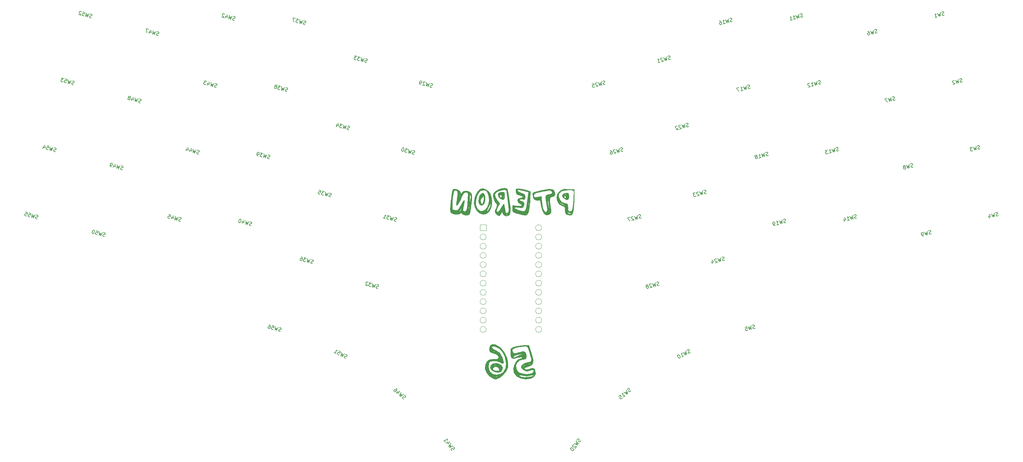
<source format=gbr>
%TF.GenerationSoftware,KiCad,Pcbnew,(5.1.9)-1*%
%TF.CreationDate,2021-03-13T12:52:02-07:00*%
%TF.ProjectId,Pteron56v0,50746572-6f6e-4353-9676-302e6b696361,rev?*%
%TF.SameCoordinates,Original*%
%TF.FileFunction,Legend,Bot*%
%TF.FilePolarity,Positive*%
%FSLAX46Y46*%
G04 Gerber Fmt 4.6, Leading zero omitted, Abs format (unit mm)*
G04 Created by KiCad (PCBNEW (5.1.9)-1) date 2021-03-13 12:52:02*
%MOMM*%
%LPD*%
G01*
G04 APERTURE LIST*
%ADD10C,0.010000*%
%ADD11C,0.100000*%
%ADD12C,0.200000*%
G04 APERTURE END LIST*
D10*
%TO.C,G\u002A\u002A\u002A*%
G36*
X140368788Y-141449120D02*
G01*
X140086163Y-141566796D01*
X139469539Y-142106634D01*
X139379460Y-142724351D01*
X139799643Y-143377077D01*
X140468152Y-143770482D01*
X141306235Y-143925286D01*
X142080449Y-143821097D01*
X142436292Y-143607411D01*
X142584791Y-143312602D01*
X141861512Y-143312602D01*
X141827977Y-143382785D01*
X141494075Y-143504178D01*
X140911226Y-143487299D01*
X140340406Y-143354884D01*
X140117262Y-143233750D01*
X140075431Y-142926532D01*
X140338531Y-142559478D01*
X140745184Y-142334478D01*
X140844426Y-142324042D01*
X141394549Y-142491921D01*
X141787494Y-142879480D01*
X141861512Y-143312602D01*
X142584791Y-143312602D01*
X142693171Y-143097441D01*
X142757134Y-142657978D01*
X142520959Y-142074969D01*
X142390190Y-141977188D01*
X140985985Y-141977188D01*
X140618187Y-142014458D01*
X140238623Y-141972440D01*
X140283976Y-141879601D01*
X140831372Y-141844287D01*
X140952397Y-141879601D01*
X140985985Y-141977188D01*
X142390190Y-141977188D01*
X141928305Y-141631819D01*
X141152980Y-141399534D01*
X140368788Y-141449120D01*
G37*
X140368788Y-141449120D02*
X140086163Y-141566796D01*
X139469539Y-142106634D01*
X139379460Y-142724351D01*
X139799643Y-143377077D01*
X140468152Y-143770482D01*
X141306235Y-143925286D01*
X142080449Y-143821097D01*
X142436292Y-143607411D01*
X142584791Y-143312602D01*
X141861512Y-143312602D01*
X141827977Y-143382785D01*
X141494075Y-143504178D01*
X140911226Y-143487299D01*
X140340406Y-143354884D01*
X140117262Y-143233750D01*
X140075431Y-142926532D01*
X140338531Y-142559478D01*
X140745184Y-142334478D01*
X140844426Y-142324042D01*
X141394549Y-142491921D01*
X141787494Y-142879480D01*
X141861512Y-143312602D01*
X142584791Y-143312602D01*
X142693171Y-143097441D01*
X142757134Y-142657978D01*
X142520959Y-142074969D01*
X142390190Y-141977188D01*
X140985985Y-141977188D01*
X140618187Y-142014458D01*
X140238623Y-141972440D01*
X140283976Y-141879601D01*
X140831372Y-141844287D01*
X140952397Y-141879601D01*
X140985985Y-141977188D01*
X142390190Y-141977188D01*
X141928305Y-141631819D01*
X141152980Y-141399534D01*
X140368788Y-141449120D01*
G36*
X139402657Y-136548772D02*
G01*
X139161810Y-137248656D01*
X139147660Y-137529589D01*
X139212883Y-138161050D01*
X139517342Y-138465113D01*
X140014960Y-138602660D01*
X141003736Y-138946721D01*
X141572981Y-139464594D01*
X141687660Y-139883622D01*
X141574512Y-140149823D01*
X141158773Y-140282674D01*
X140327196Y-140318779D01*
X139427088Y-140370719D01*
X138859356Y-140570621D01*
X138455617Y-140949978D01*
X137992594Y-141906636D01*
X137974274Y-142970580D01*
X138362782Y-144018744D01*
X139120243Y-144928060D01*
X139826412Y-145404121D01*
X140443007Y-145694384D01*
X140896496Y-145755090D01*
X141447147Y-145588783D01*
X141834600Y-145423752D01*
X142217420Y-145164919D01*
X141457394Y-145164919D01*
X141102268Y-145211208D01*
X141019239Y-145212972D01*
X140562621Y-145184072D01*
X140522419Y-145100373D01*
X140546256Y-145089718D01*
X141077032Y-145036827D01*
X141348361Y-145079811D01*
X141457394Y-145164919D01*
X142217420Y-145164919D01*
X142872600Y-144721938D01*
X143712269Y-143693500D01*
X144193968Y-142537521D01*
X144209125Y-142462500D01*
X144226132Y-141455323D01*
X143743776Y-141455323D01*
X143598297Y-142769644D01*
X143032418Y-143785562D01*
X143002185Y-143818324D01*
X142157802Y-144377829D01*
X141142129Y-144571491D01*
X140141884Y-144396200D01*
X139370262Y-143878786D01*
X139044745Y-143256562D01*
X138900080Y-142443324D01*
X138942201Y-141646945D01*
X139177046Y-141075302D01*
X139287421Y-140977787D01*
X140033077Y-140757911D01*
X140980728Y-140795156D01*
X141871393Y-141075630D01*
X141955029Y-141120884D01*
X142505395Y-141402209D01*
X142823976Y-141512463D01*
X143006263Y-141307450D01*
X142954273Y-140731506D01*
X142683628Y-139886455D01*
X142513064Y-139485788D01*
X141907385Y-138547466D01*
X141314165Y-138135270D01*
X140529064Y-138135270D01*
X140492362Y-138294220D01*
X140350818Y-138313516D01*
X140130744Y-138215690D01*
X140172573Y-138135270D01*
X140489877Y-138103271D01*
X140529064Y-138135270D01*
X141314165Y-138135270D01*
X141007275Y-137922029D01*
X140921623Y-137881577D01*
X140185731Y-137455673D01*
X139838063Y-137079730D01*
X139895417Y-136826541D01*
X140374588Y-136768895D01*
X140675356Y-136814318D01*
X141777147Y-137297712D01*
X142692651Y-138232074D01*
X143358701Y-139548002D01*
X143464606Y-139878802D01*
X143743776Y-141455323D01*
X144226132Y-141455323D01*
X144227996Y-141344964D01*
X143951675Y-139982198D01*
X143490334Y-138851784D01*
X142848231Y-137874475D01*
X142096118Y-137086392D01*
X141304750Y-136523658D01*
X140544881Y-136222395D01*
X139887266Y-136218725D01*
X139402657Y-136548772D01*
G37*
X139402657Y-136548772D02*
X139161810Y-137248656D01*
X139147660Y-137529589D01*
X139212883Y-138161050D01*
X139517342Y-138465113D01*
X140014960Y-138602660D01*
X141003736Y-138946721D01*
X141572981Y-139464594D01*
X141687660Y-139883622D01*
X141574512Y-140149823D01*
X141158773Y-140282674D01*
X140327196Y-140318779D01*
X139427088Y-140370719D01*
X138859356Y-140570621D01*
X138455617Y-140949978D01*
X137992594Y-141906636D01*
X137974274Y-142970580D01*
X138362782Y-144018744D01*
X139120243Y-144928060D01*
X139826412Y-145404121D01*
X140443007Y-145694384D01*
X140896496Y-145755090D01*
X141447147Y-145588783D01*
X141834600Y-145423752D01*
X142217420Y-145164919D01*
X141457394Y-145164919D01*
X141102268Y-145211208D01*
X141019239Y-145212972D01*
X140562621Y-145184072D01*
X140522419Y-145100373D01*
X140546256Y-145089718D01*
X141077032Y-145036827D01*
X141348361Y-145079811D01*
X141457394Y-145164919D01*
X142217420Y-145164919D01*
X142872600Y-144721938D01*
X143712269Y-143693500D01*
X144193968Y-142537521D01*
X144209125Y-142462500D01*
X144226132Y-141455323D01*
X143743776Y-141455323D01*
X143598297Y-142769644D01*
X143032418Y-143785562D01*
X143002185Y-143818324D01*
X142157802Y-144377829D01*
X141142129Y-144571491D01*
X140141884Y-144396200D01*
X139370262Y-143878786D01*
X139044745Y-143256562D01*
X138900080Y-142443324D01*
X138942201Y-141646945D01*
X139177046Y-141075302D01*
X139287421Y-140977787D01*
X140033077Y-140757911D01*
X140980728Y-140795156D01*
X141871393Y-141075630D01*
X141955029Y-141120884D01*
X142505395Y-141402209D01*
X142823976Y-141512463D01*
X143006263Y-141307450D01*
X142954273Y-140731506D01*
X142683628Y-139886455D01*
X142513064Y-139485788D01*
X141907385Y-138547466D01*
X141314165Y-138135270D01*
X140529064Y-138135270D01*
X140492362Y-138294220D01*
X140350818Y-138313516D01*
X140130744Y-138215690D01*
X140172573Y-138135270D01*
X140489877Y-138103271D01*
X140529064Y-138135270D01*
X141314165Y-138135270D01*
X141007275Y-137922029D01*
X140921623Y-137881577D01*
X140185731Y-137455673D01*
X139838063Y-137079730D01*
X139895417Y-136826541D01*
X140374588Y-136768895D01*
X140675356Y-136814318D01*
X141777147Y-137297712D01*
X142692651Y-138232074D01*
X143358701Y-139548002D01*
X143464606Y-139878802D01*
X143743776Y-141455323D01*
X144226132Y-141455323D01*
X144227996Y-141344964D01*
X143951675Y-139982198D01*
X143490334Y-138851784D01*
X142848231Y-137874475D01*
X142096118Y-137086392D01*
X141304750Y-136523658D01*
X140544881Y-136222395D01*
X139887266Y-136218725D01*
X139402657Y-136548772D01*
G36*
X148817967Y-136447094D02*
G01*
X147859179Y-136522269D01*
X146762171Y-136705313D01*
X146366608Y-136797184D01*
X145573301Y-137031474D01*
X145161948Y-137284276D01*
X144990180Y-137679116D01*
X144943224Y-138032181D01*
X144931594Y-139174188D01*
X145152897Y-139881207D01*
X145597259Y-140128657D01*
X145777354Y-140108529D01*
X146467373Y-139952149D01*
X147235555Y-139778926D01*
X147900186Y-139708757D01*
X148104503Y-139884305D01*
X147883149Y-140135866D01*
X147616372Y-140185095D01*
X146950311Y-140427597D01*
X146375331Y-141057304D01*
X145952659Y-141927519D01*
X145743525Y-142891543D01*
X145809157Y-143802680D01*
X145952585Y-144171385D01*
X146673404Y-144988823D01*
X147734823Y-145531524D01*
X148998308Y-145762189D01*
X150325324Y-145643514D01*
X150845573Y-145488893D01*
X151510396Y-144996102D01*
X151606494Y-144739183D01*
X151312924Y-144739183D01*
X151072998Y-144955146D01*
X150461208Y-145123810D01*
X149639533Y-145228757D01*
X148769953Y-145253570D01*
X148014448Y-145181832D01*
X147725317Y-145102805D01*
X147314340Y-144868574D01*
X147349128Y-144712180D01*
X147741165Y-144689400D01*
X148216185Y-144793491D01*
X149392054Y-144933407D01*
X150221448Y-144796894D01*
X150887772Y-144673681D01*
X151274049Y-144691125D01*
X151312924Y-144739183D01*
X151606494Y-144739183D01*
X151798154Y-144226779D01*
X151696309Y-143573957D01*
X151314554Y-143573957D01*
X151101269Y-143982907D01*
X150845029Y-144189776D01*
X150164353Y-144384962D01*
X149215470Y-144402807D01*
X148216191Y-144267240D01*
X147384323Y-144002196D01*
X147035999Y-143771254D01*
X146472184Y-142892937D01*
X146380849Y-141997487D01*
X146717180Y-141203245D01*
X147436366Y-140628554D01*
X148312069Y-140401341D01*
X148963728Y-140309770D01*
X149232699Y-140079134D01*
X149270759Y-139553238D01*
X149265058Y-139420598D01*
X149182998Y-138812945D01*
X148177308Y-138812945D01*
X147959939Y-138982110D01*
X147249303Y-139309377D01*
X146945994Y-139434893D01*
X146184881Y-139741845D01*
X145806805Y-139868361D01*
X145697753Y-139831192D01*
X145743708Y-139647085D01*
X145756315Y-139609659D01*
X146055790Y-139368777D01*
X146701544Y-139103258D01*
X147119766Y-138981471D01*
X147898289Y-138810019D01*
X148177308Y-138812945D01*
X149182998Y-138812945D01*
X149160511Y-138646434D01*
X148874250Y-138251974D01*
X148307830Y-138187846D01*
X147362802Y-138404680D01*
X147284971Y-138427606D01*
X146416232Y-138654135D01*
X145917917Y-138687357D01*
X145664523Y-138533962D01*
X145651611Y-138514678D01*
X145410907Y-137930070D01*
X145584958Y-137506680D01*
X146218190Y-137192986D01*
X146945937Y-137013585D01*
X148151061Y-136786932D01*
X148945849Y-136714624D01*
X149442187Y-136835987D01*
X149751958Y-137190347D01*
X149987046Y-137817029D01*
X150073828Y-138112990D01*
X150425916Y-139342208D01*
X150631173Y-140151053D01*
X150680677Y-140635797D01*
X150565506Y-140892715D01*
X150276738Y-141018080D01*
X149805451Y-141108165D01*
X149796104Y-141109897D01*
X148830183Y-141417443D01*
X148136829Y-141887832D01*
X147840211Y-142433394D01*
X147837134Y-142493002D01*
X148066731Y-142936365D01*
X148614362Y-143332053D01*
X149268285Y-143559711D01*
X149695622Y-143549372D01*
X150433395Y-143339690D01*
X150778187Y-143241814D01*
X151202913Y-143270948D01*
X151314554Y-143573957D01*
X151696309Y-143573957D01*
X151657957Y-143328129D01*
X151621681Y-143243898D01*
X151334994Y-142800056D01*
X150935601Y-142762646D01*
X150634553Y-142862562D01*
X149839613Y-143068332D01*
X149267974Y-143126147D01*
X148775821Y-143025612D01*
X148707056Y-142795779D01*
X149005698Y-142544303D01*
X149615765Y-142378842D01*
X149658984Y-142374204D01*
X150516842Y-142070014D01*
X150689610Y-141865945D01*
X148863509Y-141865945D01*
X148798455Y-142015363D01*
X148529244Y-142302395D01*
X148374474Y-142243515D01*
X148371871Y-142206137D01*
X148561777Y-141979993D01*
X148680550Y-141897458D01*
X148863509Y-141865945D01*
X150689610Y-141865945D01*
X150821789Y-141709820D01*
X150343880Y-141709820D01*
X149976082Y-141747089D01*
X149596517Y-141705072D01*
X149641871Y-141612232D01*
X150189267Y-141576919D01*
X150310292Y-141612232D01*
X150343880Y-141709820D01*
X150821789Y-141709820D01*
X151053625Y-141435983D01*
X151171177Y-140597591D01*
X151148396Y-140470154D01*
X150988126Y-139853686D01*
X150723287Y-138945109D01*
X150465419Y-138112990D01*
X149932484Y-136441937D01*
X148817967Y-136447094D01*
G37*
X148817967Y-136447094D02*
X147859179Y-136522269D01*
X146762171Y-136705313D01*
X146366608Y-136797184D01*
X145573301Y-137031474D01*
X145161948Y-137284276D01*
X144990180Y-137679116D01*
X144943224Y-138032181D01*
X144931594Y-139174188D01*
X145152897Y-139881207D01*
X145597259Y-140128657D01*
X145777354Y-140108529D01*
X146467373Y-139952149D01*
X147235555Y-139778926D01*
X147900186Y-139708757D01*
X148104503Y-139884305D01*
X147883149Y-140135866D01*
X147616372Y-140185095D01*
X146950311Y-140427597D01*
X146375331Y-141057304D01*
X145952659Y-141927519D01*
X145743525Y-142891543D01*
X145809157Y-143802680D01*
X145952585Y-144171385D01*
X146673404Y-144988823D01*
X147734823Y-145531524D01*
X148998308Y-145762189D01*
X150325324Y-145643514D01*
X150845573Y-145488893D01*
X151510396Y-144996102D01*
X151606494Y-144739183D01*
X151312924Y-144739183D01*
X151072998Y-144955146D01*
X150461208Y-145123810D01*
X149639533Y-145228757D01*
X148769953Y-145253570D01*
X148014448Y-145181832D01*
X147725317Y-145102805D01*
X147314340Y-144868574D01*
X147349128Y-144712180D01*
X147741165Y-144689400D01*
X148216185Y-144793491D01*
X149392054Y-144933407D01*
X150221448Y-144796894D01*
X150887772Y-144673681D01*
X151274049Y-144691125D01*
X151312924Y-144739183D01*
X151606494Y-144739183D01*
X151798154Y-144226779D01*
X151696309Y-143573957D01*
X151314554Y-143573957D01*
X151101269Y-143982907D01*
X150845029Y-144189776D01*
X150164353Y-144384962D01*
X149215470Y-144402807D01*
X148216191Y-144267240D01*
X147384323Y-144002196D01*
X147035999Y-143771254D01*
X146472184Y-142892937D01*
X146380849Y-141997487D01*
X146717180Y-141203245D01*
X147436366Y-140628554D01*
X148312069Y-140401341D01*
X148963728Y-140309770D01*
X149232699Y-140079134D01*
X149270759Y-139553238D01*
X149265058Y-139420598D01*
X149182998Y-138812945D01*
X148177308Y-138812945D01*
X147959939Y-138982110D01*
X147249303Y-139309377D01*
X146945994Y-139434893D01*
X146184881Y-139741845D01*
X145806805Y-139868361D01*
X145697753Y-139831192D01*
X145743708Y-139647085D01*
X145756315Y-139609659D01*
X146055790Y-139368777D01*
X146701544Y-139103258D01*
X147119766Y-138981471D01*
X147898289Y-138810019D01*
X148177308Y-138812945D01*
X149182998Y-138812945D01*
X149160511Y-138646434D01*
X148874250Y-138251974D01*
X148307830Y-138187846D01*
X147362802Y-138404680D01*
X147284971Y-138427606D01*
X146416232Y-138654135D01*
X145917917Y-138687357D01*
X145664523Y-138533962D01*
X145651611Y-138514678D01*
X145410907Y-137930070D01*
X145584958Y-137506680D01*
X146218190Y-137192986D01*
X146945937Y-137013585D01*
X148151061Y-136786932D01*
X148945849Y-136714624D01*
X149442187Y-136835987D01*
X149751958Y-137190347D01*
X149987046Y-137817029D01*
X150073828Y-138112990D01*
X150425916Y-139342208D01*
X150631173Y-140151053D01*
X150680677Y-140635797D01*
X150565506Y-140892715D01*
X150276738Y-141018080D01*
X149805451Y-141108165D01*
X149796104Y-141109897D01*
X148830183Y-141417443D01*
X148136829Y-141887832D01*
X147840211Y-142433394D01*
X147837134Y-142493002D01*
X148066731Y-142936365D01*
X148614362Y-143332053D01*
X149268285Y-143559711D01*
X149695622Y-143549372D01*
X150433395Y-143339690D01*
X150778187Y-143241814D01*
X151202913Y-143270948D01*
X151314554Y-143573957D01*
X151696309Y-143573957D01*
X151657957Y-143328129D01*
X151621681Y-143243898D01*
X151334994Y-142800056D01*
X150935601Y-142762646D01*
X150634553Y-142862562D01*
X149839613Y-143068332D01*
X149267974Y-143126147D01*
X148775821Y-143025612D01*
X148707056Y-142795779D01*
X149005698Y-142544303D01*
X149615765Y-142378842D01*
X149658984Y-142374204D01*
X150516842Y-142070014D01*
X150689610Y-141865945D01*
X148863509Y-141865945D01*
X148798455Y-142015363D01*
X148529244Y-142302395D01*
X148374474Y-142243515D01*
X148371871Y-142206137D01*
X148561777Y-141979993D01*
X148680550Y-141897458D01*
X148863509Y-141865945D01*
X150689610Y-141865945D01*
X150821789Y-141709820D01*
X150343880Y-141709820D01*
X149976082Y-141747089D01*
X149596517Y-141705072D01*
X149641871Y-141612232D01*
X150189267Y-141576919D01*
X150310292Y-141612232D01*
X150343880Y-141709820D01*
X150821789Y-141709820D01*
X151053625Y-141435983D01*
X151171177Y-140597591D01*
X151148396Y-140470154D01*
X150988126Y-139853686D01*
X150723287Y-138945109D01*
X150465419Y-138112990D01*
X149932484Y-136441937D01*
X148817967Y-136447094D01*
G36*
X136944861Y-94823253D02*
G01*
X136537987Y-95359341D01*
X136244220Y-96117513D01*
X136142249Y-96942358D01*
X136151860Y-97102318D01*
X136390277Y-97771856D01*
X136841965Y-98073526D01*
X137355236Y-97962614D01*
X137701682Y-97559197D01*
X137906191Y-96879371D01*
X137940846Y-96068631D01*
X137905018Y-95832817D01*
X137647029Y-95832817D01*
X137609867Y-96479530D01*
X137420612Y-97169659D01*
X137196829Y-97689119D01*
X137045893Y-97748614D01*
X137012215Y-97686871D01*
X136635425Y-97686871D01*
X136501740Y-97820556D01*
X136368056Y-97686871D01*
X136501740Y-97553187D01*
X136635425Y-97686871D01*
X137012215Y-97686871D01*
X136848822Y-97387324D01*
X136836980Y-97361838D01*
X136715348Y-96799894D01*
X136954462Y-96193996D01*
X137063396Y-96024996D01*
X137405129Y-95554525D01*
X137566121Y-95504439D01*
X137647029Y-95832817D01*
X137905018Y-95832817D01*
X137825627Y-95310288D01*
X137580518Y-94787654D01*
X137386152Y-94664657D01*
X136944861Y-94823253D01*
G37*
X136944861Y-94823253D02*
X136537987Y-95359341D01*
X136244220Y-96117513D01*
X136142249Y-96942358D01*
X136151860Y-97102318D01*
X136390277Y-97771856D01*
X136841965Y-98073526D01*
X137355236Y-97962614D01*
X137701682Y-97559197D01*
X137906191Y-96879371D01*
X137940846Y-96068631D01*
X137905018Y-95832817D01*
X137647029Y-95832817D01*
X137609867Y-96479530D01*
X137420612Y-97169659D01*
X137196829Y-97689119D01*
X137045893Y-97748614D01*
X137012215Y-97686871D01*
X136635425Y-97686871D01*
X136501740Y-97820556D01*
X136368056Y-97686871D01*
X136501740Y-97553187D01*
X136635425Y-97686871D01*
X137012215Y-97686871D01*
X136848822Y-97387324D01*
X136836980Y-97361838D01*
X136715348Y-96799894D01*
X136954462Y-96193996D01*
X137063396Y-96024996D01*
X137405129Y-95554525D01*
X137566121Y-95504439D01*
X137647029Y-95832817D01*
X137905018Y-95832817D01*
X137825627Y-95310288D01*
X137580518Y-94787654D01*
X137386152Y-94664657D01*
X136944861Y-94823253D01*
G36*
X159704495Y-94765901D02*
G01*
X159220971Y-95131851D01*
X159094372Y-95448616D01*
X159311860Y-95864724D01*
X159812864Y-96265905D01*
X160370196Y-96478729D01*
X160450312Y-96483714D01*
X160807504Y-96371150D01*
X160950821Y-95941870D01*
X160955076Y-95831072D01*
X160163846Y-95831072D01*
X160034228Y-96107813D01*
X159896477Y-96082661D01*
X159639308Y-95740842D01*
X159629109Y-95665829D01*
X159833042Y-95421441D01*
X159896477Y-95414240D01*
X160131123Y-95631868D01*
X160163846Y-95831072D01*
X160955076Y-95831072D01*
X160965951Y-95547924D01*
X160927181Y-95082949D01*
X160315251Y-95082949D01*
X160052442Y-95125763D01*
X159705661Y-95076606D01*
X159701521Y-94985336D01*
X160059364Y-94921511D01*
X160213977Y-94964228D01*
X160315251Y-95082949D01*
X160927181Y-95082949D01*
X160912910Y-94911802D01*
X160686600Y-94652122D01*
X160351004Y-94612135D01*
X159704495Y-94765901D01*
G37*
X159704495Y-94765901D02*
X159220971Y-95131851D01*
X159094372Y-95448616D01*
X159311860Y-95864724D01*
X159812864Y-96265905D01*
X160370196Y-96478729D01*
X160450312Y-96483714D01*
X160807504Y-96371150D01*
X160950821Y-95941870D01*
X160955076Y-95831072D01*
X160163846Y-95831072D01*
X160034228Y-96107813D01*
X159896477Y-96082661D01*
X159639308Y-95740842D01*
X159629109Y-95665829D01*
X159833042Y-95421441D01*
X159896477Y-95414240D01*
X160131123Y-95631868D01*
X160163846Y-95831072D01*
X160955076Y-95831072D01*
X160965951Y-95547924D01*
X160927181Y-95082949D01*
X160315251Y-95082949D01*
X160052442Y-95125763D01*
X159705661Y-95076606D01*
X159701521Y-94985336D01*
X160059364Y-94921511D01*
X160213977Y-94964228D01*
X160315251Y-95082949D01*
X160927181Y-95082949D01*
X160912910Y-94911802D01*
X160686600Y-94652122D01*
X160351004Y-94612135D01*
X159704495Y-94765901D01*
G36*
X142452877Y-94394668D02*
G01*
X141738536Y-94602508D01*
X141493652Y-94966238D01*
X141612017Y-95574629D01*
X142060044Y-96142341D01*
X142658311Y-96465072D01*
X142826337Y-96483714D01*
X143150362Y-96379101D01*
X143294060Y-95977055D01*
X143307093Y-95681608D01*
X143010051Y-95681608D01*
X142968033Y-96061173D01*
X142875194Y-96015819D01*
X142845009Y-95547924D01*
X142517530Y-95547924D01*
X142373159Y-95903730D01*
X142250161Y-95948977D01*
X142012958Y-95732420D01*
X141982793Y-95547924D01*
X142127164Y-95192118D01*
X142250161Y-95146871D01*
X142487365Y-95363428D01*
X142517530Y-95547924D01*
X142845009Y-95547924D01*
X142839880Y-95468423D01*
X142875194Y-95347398D01*
X142972781Y-95313810D01*
X143010051Y-95681608D01*
X143307093Y-95681608D01*
X143319635Y-95397300D01*
X143294782Y-94708285D01*
X143139035Y-94413060D01*
X142730614Y-94370753D01*
X142452877Y-94394668D01*
G37*
X142452877Y-94394668D02*
X141738536Y-94602508D01*
X141493652Y-94966238D01*
X141612017Y-95574629D01*
X142060044Y-96142341D01*
X142658311Y-96465072D01*
X142826337Y-96483714D01*
X143150362Y-96379101D01*
X143294060Y-95977055D01*
X143307093Y-95681608D01*
X143010051Y-95681608D01*
X142968033Y-96061173D01*
X142875194Y-96015819D01*
X142845009Y-95547924D01*
X142517530Y-95547924D01*
X142373159Y-95903730D01*
X142250161Y-95948977D01*
X142012958Y-95732420D01*
X141982793Y-95547924D01*
X142127164Y-95192118D01*
X142250161Y-95146871D01*
X142487365Y-95363428D01*
X142517530Y-95547924D01*
X142845009Y-95547924D01*
X142839880Y-95468423D01*
X142875194Y-95347398D01*
X142972781Y-95313810D01*
X143010051Y-95681608D01*
X143307093Y-95681608D01*
X143319635Y-95397300D01*
X143294782Y-94708285D01*
X143139035Y-94413060D01*
X142730614Y-94370753D01*
X142452877Y-94394668D01*
G36*
X136667183Y-93525665D02*
G01*
X135932365Y-94197402D01*
X135323756Y-95326850D01*
X135031945Y-96213630D01*
X134904282Y-97417970D01*
X135133574Y-98525471D01*
X135647854Y-99455878D01*
X136375156Y-100128936D01*
X137243513Y-100464389D01*
X138180961Y-100381981D01*
X138598897Y-100191436D01*
X139203538Y-99559668D01*
X139614031Y-98570385D01*
X139773103Y-97577335D01*
X139523621Y-97577335D01*
X139487876Y-97955246D01*
X139275605Y-98554600D01*
X138979323Y-99172338D01*
X138691541Y-99605400D01*
X138560122Y-99692135D01*
X138524300Y-99480039D01*
X138700540Y-98938936D01*
X138880689Y-98538009D01*
X139218512Y-97910107D01*
X139459491Y-97583085D01*
X139523621Y-97577335D01*
X139773103Y-97577335D01*
X139805801Y-97373210D01*
X139777039Y-96672464D01*
X139049036Y-96672464D01*
X138875147Y-97673169D01*
X138507639Y-98543769D01*
X137994088Y-99208688D01*
X137382074Y-99592352D01*
X136719175Y-99619187D01*
X136052967Y-99213616D01*
X135852725Y-98987657D01*
X135386227Y-97976744D01*
X135363702Y-96747619D01*
X135784187Y-95378671D01*
X135900161Y-95136682D01*
X136338475Y-94385348D01*
X136765806Y-94006113D01*
X137337469Y-93862856D01*
X137355642Y-93861054D01*
X138001638Y-93886761D01*
X138411939Y-94217957D01*
X138625642Y-94583039D01*
X138981727Y-95617229D01*
X139049036Y-96672464D01*
X139777039Y-96672464D01*
X139754271Y-96117764D01*
X139452415Y-94994977D01*
X138934096Y-94235222D01*
X138185370Y-93679597D01*
X137371807Y-93415446D01*
X136667183Y-93525665D01*
G37*
X136667183Y-93525665D02*
X135932365Y-94197402D01*
X135323756Y-95326850D01*
X135031945Y-96213630D01*
X134904282Y-97417970D01*
X135133574Y-98525471D01*
X135647854Y-99455878D01*
X136375156Y-100128936D01*
X137243513Y-100464389D01*
X138180961Y-100381981D01*
X138598897Y-100191436D01*
X139203538Y-99559668D01*
X139614031Y-98570385D01*
X139773103Y-97577335D01*
X139523621Y-97577335D01*
X139487876Y-97955246D01*
X139275605Y-98554600D01*
X138979323Y-99172338D01*
X138691541Y-99605400D01*
X138560122Y-99692135D01*
X138524300Y-99480039D01*
X138700540Y-98938936D01*
X138880689Y-98538009D01*
X139218512Y-97910107D01*
X139459491Y-97583085D01*
X139523621Y-97577335D01*
X139773103Y-97577335D01*
X139805801Y-97373210D01*
X139777039Y-96672464D01*
X139049036Y-96672464D01*
X138875147Y-97673169D01*
X138507639Y-98543769D01*
X137994088Y-99208688D01*
X137382074Y-99592352D01*
X136719175Y-99619187D01*
X136052967Y-99213616D01*
X135852725Y-98987657D01*
X135386227Y-97976744D01*
X135363702Y-96747619D01*
X135784187Y-95378671D01*
X135900161Y-95136682D01*
X136338475Y-94385348D01*
X136765806Y-94006113D01*
X137337469Y-93862856D01*
X137355642Y-93861054D01*
X138001638Y-93886761D01*
X138411939Y-94217957D01*
X138625642Y-94583039D01*
X138981727Y-95617229D01*
X139049036Y-96672464D01*
X139777039Y-96672464D01*
X139754271Y-96117764D01*
X139452415Y-94994977D01*
X138934096Y-94235222D01*
X138185370Y-93679597D01*
X137371807Y-93415446D01*
X136667183Y-93525665D01*
G36*
X129311550Y-93571130D02*
G01*
X129029502Y-93787251D01*
X128940606Y-94140597D01*
X128818781Y-94904033D01*
X128681905Y-95955333D01*
X128579840Y-96861877D01*
X128453030Y-98213702D01*
X128410801Y-99132684D01*
X128454169Y-99714147D01*
X128584149Y-100053415D01*
X128614280Y-100093076D01*
X129041987Y-100336868D01*
X129709506Y-100472593D01*
X130431102Y-100495614D01*
X131021040Y-100401294D01*
X131293587Y-100184997D01*
X131296187Y-100160029D01*
X131404298Y-100073676D01*
X131576841Y-100293714D01*
X132093974Y-100668806D01*
X132766774Y-100761608D01*
X133429233Y-100686451D01*
X133739532Y-100395922D01*
X133811319Y-100160029D01*
X133904057Y-99613085D01*
X134027625Y-98756345D01*
X133642249Y-98756345D01*
X133613349Y-99212963D01*
X133529651Y-99253165D01*
X133518995Y-99229328D01*
X133466104Y-98698552D01*
X133509088Y-98427223D01*
X133594196Y-98318190D01*
X133640486Y-98673316D01*
X133642249Y-98756345D01*
X134027625Y-98756345D01*
X134034041Y-98711867D01*
X134176023Y-97633176D01*
X134202674Y-97419503D01*
X134322990Y-96273454D01*
X134328684Y-95970973D01*
X134025415Y-95970973D01*
X134007565Y-96216345D01*
X133920332Y-96885736D01*
X133826344Y-97258359D01*
X133799973Y-97285819D01*
X133733810Y-97048334D01*
X133697044Y-96455153D01*
X133694372Y-96216345D01*
X133740440Y-95546469D01*
X133855515Y-95174042D01*
X133901964Y-95146871D01*
X134009081Y-95382304D01*
X134025415Y-95970973D01*
X134328684Y-95970973D01*
X134337283Y-95514215D01*
X134265309Y-95139730D01*
X133250738Y-95139730D01*
X133241747Y-95975164D01*
X133233773Y-96216345D01*
X133158022Y-97696705D01*
X133037727Y-98713319D01*
X132854913Y-99336514D01*
X132591605Y-99636622D01*
X132345415Y-99692135D01*
X131918803Y-99549818D01*
X131824284Y-99357924D01*
X131893058Y-98897230D01*
X131931752Y-98732316D01*
X131486834Y-98732316D01*
X131460084Y-99012990D01*
X131258776Y-99477439D01*
X131009752Y-99867739D01*
X130883329Y-99959503D01*
X130892315Y-99751868D01*
X131069851Y-99289952D01*
X131324623Y-98841429D01*
X131486834Y-98732316D01*
X131931752Y-98732316D01*
X132061320Y-98180107D01*
X132108621Y-98005144D01*
X132301718Y-97124773D01*
X132276242Y-96724584D01*
X132057301Y-96808769D01*
X131669998Y-97381523D01*
X131403666Y-97887398D01*
X130945892Y-98744053D01*
X130579516Y-99212259D01*
X130199012Y-99400725D01*
X129911296Y-99424766D01*
X129309276Y-99328503D01*
X129001462Y-99134806D01*
X128937533Y-98735670D01*
X128936278Y-97965232D01*
X128985423Y-96981651D01*
X129072691Y-95943082D01*
X129185805Y-95007684D01*
X129312490Y-94333613D01*
X129390797Y-94118949D01*
X129775230Y-93924269D01*
X130054380Y-93968999D01*
X130313079Y-94151316D01*
X130416641Y-94526234D01*
X130389007Y-95232002D01*
X130345314Y-95649108D01*
X130225746Y-96576516D01*
X130101930Y-97343192D01*
X130034940Y-97651662D01*
X130038477Y-98024686D01*
X130239709Y-98036321D01*
X130510077Y-97747418D01*
X130891669Y-97098294D01*
X131303271Y-96227635D01*
X131315061Y-96199951D01*
X131674978Y-95414240D01*
X130978472Y-95414240D01*
X130936455Y-95793804D01*
X130843615Y-95748450D01*
X130808301Y-95201055D01*
X130843615Y-95080029D01*
X130941202Y-95046442D01*
X130978472Y-95414240D01*
X131674978Y-95414240D01*
X131743926Y-95263726D01*
X132087687Y-94734176D01*
X132426509Y-94509418D01*
X132669561Y-94478450D01*
X133003738Y-94511788D01*
X133184432Y-94692076D01*
X133250738Y-95139730D01*
X134265309Y-95139730D01*
X134239070Y-95003207D01*
X134074470Y-94678977D01*
X133532072Y-94237569D01*
X132791635Y-94061323D01*
X132067500Y-94161711D01*
X131576841Y-94545293D01*
X131360772Y-94791878D01*
X131296187Y-94698074D01*
X131070505Y-94186757D01*
X130542890Y-93779625D01*
X129895763Y-93549981D01*
X129311550Y-93571130D01*
G37*
X129311550Y-93571130D02*
X129029502Y-93787251D01*
X128940606Y-94140597D01*
X128818781Y-94904033D01*
X128681905Y-95955333D01*
X128579840Y-96861877D01*
X128453030Y-98213702D01*
X128410801Y-99132684D01*
X128454169Y-99714147D01*
X128584149Y-100053415D01*
X128614280Y-100093076D01*
X129041987Y-100336868D01*
X129709506Y-100472593D01*
X130431102Y-100495614D01*
X131021040Y-100401294D01*
X131293587Y-100184997D01*
X131296187Y-100160029D01*
X131404298Y-100073676D01*
X131576841Y-100293714D01*
X132093974Y-100668806D01*
X132766774Y-100761608D01*
X133429233Y-100686451D01*
X133739532Y-100395922D01*
X133811319Y-100160029D01*
X133904057Y-99613085D01*
X134027625Y-98756345D01*
X133642249Y-98756345D01*
X133613349Y-99212963D01*
X133529651Y-99253165D01*
X133518995Y-99229328D01*
X133466104Y-98698552D01*
X133509088Y-98427223D01*
X133594196Y-98318190D01*
X133640486Y-98673316D01*
X133642249Y-98756345D01*
X134027625Y-98756345D01*
X134034041Y-98711867D01*
X134176023Y-97633176D01*
X134202674Y-97419503D01*
X134322990Y-96273454D01*
X134328684Y-95970973D01*
X134025415Y-95970973D01*
X134007565Y-96216345D01*
X133920332Y-96885736D01*
X133826344Y-97258359D01*
X133799973Y-97285819D01*
X133733810Y-97048334D01*
X133697044Y-96455153D01*
X133694372Y-96216345D01*
X133740440Y-95546469D01*
X133855515Y-95174042D01*
X133901964Y-95146871D01*
X134009081Y-95382304D01*
X134025415Y-95970973D01*
X134328684Y-95970973D01*
X134337283Y-95514215D01*
X134265309Y-95139730D01*
X133250738Y-95139730D01*
X133241747Y-95975164D01*
X133233773Y-96216345D01*
X133158022Y-97696705D01*
X133037727Y-98713319D01*
X132854913Y-99336514D01*
X132591605Y-99636622D01*
X132345415Y-99692135D01*
X131918803Y-99549818D01*
X131824284Y-99357924D01*
X131893058Y-98897230D01*
X131931752Y-98732316D01*
X131486834Y-98732316D01*
X131460084Y-99012990D01*
X131258776Y-99477439D01*
X131009752Y-99867739D01*
X130883329Y-99959503D01*
X130892315Y-99751868D01*
X131069851Y-99289952D01*
X131324623Y-98841429D01*
X131486834Y-98732316D01*
X131931752Y-98732316D01*
X132061320Y-98180107D01*
X132108621Y-98005144D01*
X132301718Y-97124773D01*
X132276242Y-96724584D01*
X132057301Y-96808769D01*
X131669998Y-97381523D01*
X131403666Y-97887398D01*
X130945892Y-98744053D01*
X130579516Y-99212259D01*
X130199012Y-99400725D01*
X129911296Y-99424766D01*
X129309276Y-99328503D01*
X129001462Y-99134806D01*
X128937533Y-98735670D01*
X128936278Y-97965232D01*
X128985423Y-96981651D01*
X129072691Y-95943082D01*
X129185805Y-95007684D01*
X129312490Y-94333613D01*
X129390797Y-94118949D01*
X129775230Y-93924269D01*
X130054380Y-93968999D01*
X130313079Y-94151316D01*
X130416641Y-94526234D01*
X130389007Y-95232002D01*
X130345314Y-95649108D01*
X130225746Y-96576516D01*
X130101930Y-97343192D01*
X130034940Y-97651662D01*
X130038477Y-98024686D01*
X130239709Y-98036321D01*
X130510077Y-97747418D01*
X130891669Y-97098294D01*
X131303271Y-96227635D01*
X131315061Y-96199951D01*
X131674978Y-95414240D01*
X130978472Y-95414240D01*
X130936455Y-95793804D01*
X130843615Y-95748450D01*
X130808301Y-95201055D01*
X130843615Y-95080029D01*
X130941202Y-95046442D01*
X130978472Y-95414240D01*
X131674978Y-95414240D01*
X131743926Y-95263726D01*
X132087687Y-94734176D01*
X132426509Y-94509418D01*
X132669561Y-94478450D01*
X133003738Y-94511788D01*
X133184432Y-94692076D01*
X133250738Y-95139730D01*
X134265309Y-95139730D01*
X134239070Y-95003207D01*
X134074470Y-94678977D01*
X133532072Y-94237569D01*
X132791635Y-94061323D01*
X132067500Y-94161711D01*
X131576841Y-94545293D01*
X131360772Y-94791878D01*
X131296187Y-94698074D01*
X131070505Y-94186757D01*
X130542890Y-93779625D01*
X129895763Y-93549981D01*
X129311550Y-93571130D01*
G36*
X146703159Y-93466719D02*
G01*
X146445173Y-93667285D01*
X146394386Y-94191938D01*
X146394372Y-94211082D01*
X146462386Y-94757644D01*
X146767906Y-95059837D01*
X147397004Y-95260868D01*
X148130608Y-95505399D01*
X148367057Y-95735175D01*
X148095261Y-95919619D01*
X147664372Y-95998060D01*
X147040985Y-96253973D01*
X146801360Y-96720148D01*
X146970087Y-97222825D01*
X147445306Y-97546139D01*
X148025231Y-97844370D01*
X148109617Y-98075363D01*
X147736801Y-98202213D01*
X146945122Y-98188013D01*
X146795425Y-98171769D01*
X145458583Y-98013440D01*
X145458583Y-98951239D01*
X145485556Y-99477589D01*
X145647511Y-99803366D01*
X146065998Y-100035984D01*
X146862567Y-100282859D01*
X147013491Y-100325323D01*
X148199180Y-100637909D01*
X148979996Y-100754406D01*
X149460661Y-100640768D01*
X149745897Y-100262948D01*
X149940425Y-99586902D01*
X149989099Y-99357924D01*
X150020886Y-99157398D01*
X149736477Y-99157398D01*
X149638651Y-99377472D01*
X149558232Y-99335643D01*
X149526233Y-99018340D01*
X149558232Y-98979152D01*
X149717182Y-99015854D01*
X149736477Y-99157398D01*
X150020886Y-99157398D01*
X150154352Y-98315452D01*
X150221674Y-97664591D01*
X149982738Y-97664591D01*
X149933580Y-98011372D01*
X149842311Y-98015512D01*
X149778485Y-97657668D01*
X149821203Y-97503056D01*
X149939923Y-97401782D01*
X149982738Y-97664591D01*
X150221674Y-97664591D01*
X150285149Y-97050941D01*
X150342265Y-96089776D01*
X150399362Y-94390091D01*
X149922529Y-94390091D01*
X149557933Y-96706902D01*
X149348566Y-98045501D01*
X149176659Y-98933592D01*
X148976518Y-99445362D01*
X148682452Y-99654995D01*
X148228767Y-99636678D01*
X147549769Y-99464596D01*
X147200314Y-99369313D01*
X146378315Y-99076478D01*
X146003081Y-98800537D01*
X146081133Y-98608285D01*
X146618989Y-98566518D01*
X147128606Y-98634696D01*
X147990941Y-98713152D01*
X148464683Y-98507333D01*
X148648531Y-97953163D01*
X148662909Y-97638625D01*
X148470966Y-97125544D01*
X148086367Y-96970204D01*
X147575582Y-96766804D01*
X147396461Y-96552943D01*
X147475877Y-96343244D01*
X147972486Y-96359987D01*
X148110782Y-96385838D01*
X148680633Y-96455727D01*
X148899681Y-96256180D01*
X148934372Y-95725335D01*
X148873672Y-95178466D01*
X148593292Y-94865890D01*
X147945814Y-94634160D01*
X147864898Y-94612135D01*
X147199860Y-94354282D01*
X146825544Y-94056318D01*
X146795425Y-93963263D01*
X146879856Y-93781160D01*
X147205588Y-93752589D01*
X147881272Y-93879842D01*
X148358977Y-93996231D01*
X149922529Y-94390091D01*
X150399362Y-94390091D01*
X150404898Y-94225313D01*
X149335425Y-93868603D01*
X148388346Y-93618813D01*
X147454134Y-93469537D01*
X147330161Y-93460435D01*
X146703159Y-93466719D01*
G37*
X146703159Y-93466719D02*
X146445173Y-93667285D01*
X146394386Y-94191938D01*
X146394372Y-94211082D01*
X146462386Y-94757644D01*
X146767906Y-95059837D01*
X147397004Y-95260868D01*
X148130608Y-95505399D01*
X148367057Y-95735175D01*
X148095261Y-95919619D01*
X147664372Y-95998060D01*
X147040985Y-96253973D01*
X146801360Y-96720148D01*
X146970087Y-97222825D01*
X147445306Y-97546139D01*
X148025231Y-97844370D01*
X148109617Y-98075363D01*
X147736801Y-98202213D01*
X146945122Y-98188013D01*
X146795425Y-98171769D01*
X145458583Y-98013440D01*
X145458583Y-98951239D01*
X145485556Y-99477589D01*
X145647511Y-99803366D01*
X146065998Y-100035984D01*
X146862567Y-100282859D01*
X147013491Y-100325323D01*
X148199180Y-100637909D01*
X148979996Y-100754406D01*
X149460661Y-100640768D01*
X149745897Y-100262948D01*
X149940425Y-99586902D01*
X149989099Y-99357924D01*
X150020886Y-99157398D01*
X149736477Y-99157398D01*
X149638651Y-99377472D01*
X149558232Y-99335643D01*
X149526233Y-99018340D01*
X149558232Y-98979152D01*
X149717182Y-99015854D01*
X149736477Y-99157398D01*
X150020886Y-99157398D01*
X150154352Y-98315452D01*
X150221674Y-97664591D01*
X149982738Y-97664591D01*
X149933580Y-98011372D01*
X149842311Y-98015512D01*
X149778485Y-97657668D01*
X149821203Y-97503056D01*
X149939923Y-97401782D01*
X149982738Y-97664591D01*
X150221674Y-97664591D01*
X150285149Y-97050941D01*
X150342265Y-96089776D01*
X150399362Y-94390091D01*
X149922529Y-94390091D01*
X149557933Y-96706902D01*
X149348566Y-98045501D01*
X149176659Y-98933592D01*
X148976518Y-99445362D01*
X148682452Y-99654995D01*
X148228767Y-99636678D01*
X147549769Y-99464596D01*
X147200314Y-99369313D01*
X146378315Y-99076478D01*
X146003081Y-98800537D01*
X146081133Y-98608285D01*
X146618989Y-98566518D01*
X147128606Y-98634696D01*
X147990941Y-98713152D01*
X148464683Y-98507333D01*
X148648531Y-97953163D01*
X148662909Y-97638625D01*
X148470966Y-97125544D01*
X148086367Y-96970204D01*
X147575582Y-96766804D01*
X147396461Y-96552943D01*
X147475877Y-96343244D01*
X147972486Y-96359987D01*
X148110782Y-96385838D01*
X148680633Y-96455727D01*
X148899681Y-96256180D01*
X148934372Y-95725335D01*
X148873672Y-95178466D01*
X148593292Y-94865890D01*
X147945814Y-94634160D01*
X147864898Y-94612135D01*
X147199860Y-94354282D01*
X146825544Y-94056318D01*
X146795425Y-93963263D01*
X146879856Y-93781160D01*
X147205588Y-93752589D01*
X147881272Y-93879842D01*
X148358977Y-93996231D01*
X149922529Y-94390091D01*
X150399362Y-94390091D01*
X150404898Y-94225313D01*
X149335425Y-93868603D01*
X148388346Y-93618813D01*
X147454134Y-93469537D01*
X147330161Y-93460435D01*
X146703159Y-93466719D01*
G36*
X154555494Y-93692851D02*
G01*
X153104717Y-93999672D01*
X152944898Y-94037109D01*
X151936350Y-94283918D01*
X151345487Y-94479555D01*
X151068672Y-94691867D01*
X151002270Y-94988703D01*
X151026578Y-95292973D01*
X151267098Y-96196546D01*
X151751481Y-96636522D01*
X152426420Y-96654251D01*
X152853610Y-96605123D01*
X153088207Y-96760012D01*
X153219538Y-97240376D01*
X153298401Y-97839882D01*
X153574836Y-99232071D01*
X154008754Y-100185139D01*
X154576758Y-100673916D01*
X155255448Y-100673230D01*
X155704649Y-100428437D01*
X155955152Y-100191532D01*
X156059889Y-99864492D01*
X156043207Y-99558450D01*
X155885951Y-99558450D01*
X155752267Y-99692135D01*
X155618583Y-99558450D01*
X155752267Y-99424766D01*
X155885951Y-99558450D01*
X156043207Y-99558450D01*
X156029430Y-99305704D01*
X155915789Y-98622661D01*
X155555315Y-98622661D01*
X155541099Y-99021373D01*
X155474369Y-98942301D01*
X155351214Y-98488977D01*
X155198917Y-97665840D01*
X155147113Y-97018450D01*
X155161329Y-96619739D01*
X155228059Y-96698810D01*
X155351214Y-97152135D01*
X155503511Y-97975271D01*
X155555315Y-98622661D01*
X155915789Y-98622661D01*
X155874344Y-98373555D01*
X155862733Y-98310402D01*
X155683795Y-97068259D01*
X155702666Y-96261028D01*
X155796369Y-96082661D01*
X155083846Y-96082661D01*
X154950161Y-96216345D01*
X154816477Y-96082661D01*
X154950161Y-95948977D01*
X155083846Y-96082661D01*
X155796369Y-96082661D01*
X155933642Y-95821361D01*
X156391017Y-95681908D01*
X156420688Y-95681608D01*
X156972334Y-95495451D01*
X157138487Y-94956852D01*
X157045830Y-94565211D01*
X156387500Y-94565211D01*
X156220152Y-94827538D01*
X155606414Y-95007364D01*
X155484898Y-95030828D01*
X154974745Y-95155416D01*
X154680073Y-95366065D01*
X154574206Y-95770858D01*
X154630465Y-96477879D01*
X154822175Y-97595211D01*
X154834922Y-97664244D01*
X154967046Y-98565336D01*
X155010779Y-99283405D01*
X154976998Y-99584928D01*
X154687885Y-99949416D01*
X154337808Y-99841592D01*
X153993141Y-99308497D01*
X153802457Y-98752508D01*
X153598108Y-97768608D01*
X153486602Y-96804102D01*
X153479635Y-96578357D01*
X153479635Y-95611200D01*
X152410161Y-95754646D01*
X151725470Y-95815932D01*
X151418218Y-95711603D01*
X151341418Y-95380547D01*
X151340688Y-95309985D01*
X151394486Y-95014902D01*
X151622531Y-94792375D01*
X152124798Y-94596158D01*
X153001261Y-94380007D01*
X153649574Y-94241992D01*
X154795776Y-94018867D01*
X155528021Y-93923088D01*
X155950450Y-93949657D01*
X156167207Y-94093574D01*
X156185479Y-94120279D01*
X156387500Y-94565211D01*
X157045830Y-94565211D01*
X156972955Y-94257189D01*
X156715510Y-93838569D01*
X156280427Y-93607903D01*
X155587243Y-93560796D01*
X154555494Y-93692851D01*
G37*
X154555494Y-93692851D02*
X153104717Y-93999672D01*
X152944898Y-94037109D01*
X151936350Y-94283918D01*
X151345487Y-94479555D01*
X151068672Y-94691867D01*
X151002270Y-94988703D01*
X151026578Y-95292973D01*
X151267098Y-96196546D01*
X151751481Y-96636522D01*
X152426420Y-96654251D01*
X152853610Y-96605123D01*
X153088207Y-96760012D01*
X153219538Y-97240376D01*
X153298401Y-97839882D01*
X153574836Y-99232071D01*
X154008754Y-100185139D01*
X154576758Y-100673916D01*
X155255448Y-100673230D01*
X155704649Y-100428437D01*
X155955152Y-100191532D01*
X156059889Y-99864492D01*
X156043207Y-99558450D01*
X155885951Y-99558450D01*
X155752267Y-99692135D01*
X155618583Y-99558450D01*
X155752267Y-99424766D01*
X155885951Y-99558450D01*
X156043207Y-99558450D01*
X156029430Y-99305704D01*
X155915789Y-98622661D01*
X155555315Y-98622661D01*
X155541099Y-99021373D01*
X155474369Y-98942301D01*
X155351214Y-98488977D01*
X155198917Y-97665840D01*
X155147113Y-97018450D01*
X155161329Y-96619739D01*
X155228059Y-96698810D01*
X155351214Y-97152135D01*
X155503511Y-97975271D01*
X155555315Y-98622661D01*
X155915789Y-98622661D01*
X155874344Y-98373555D01*
X155862733Y-98310402D01*
X155683795Y-97068259D01*
X155702666Y-96261028D01*
X155796369Y-96082661D01*
X155083846Y-96082661D01*
X154950161Y-96216345D01*
X154816477Y-96082661D01*
X154950161Y-95948977D01*
X155083846Y-96082661D01*
X155796369Y-96082661D01*
X155933642Y-95821361D01*
X156391017Y-95681908D01*
X156420688Y-95681608D01*
X156972334Y-95495451D01*
X157138487Y-94956852D01*
X157045830Y-94565211D01*
X156387500Y-94565211D01*
X156220152Y-94827538D01*
X155606414Y-95007364D01*
X155484898Y-95030828D01*
X154974745Y-95155416D01*
X154680073Y-95366065D01*
X154574206Y-95770858D01*
X154630465Y-96477879D01*
X154822175Y-97595211D01*
X154834922Y-97664244D01*
X154967046Y-98565336D01*
X155010779Y-99283405D01*
X154976998Y-99584928D01*
X154687885Y-99949416D01*
X154337808Y-99841592D01*
X153993141Y-99308497D01*
X153802457Y-98752508D01*
X153598108Y-97768608D01*
X153486602Y-96804102D01*
X153479635Y-96578357D01*
X153479635Y-95611200D01*
X152410161Y-95754646D01*
X151725470Y-95815932D01*
X151418218Y-95711603D01*
X151341418Y-95380547D01*
X151340688Y-95309985D01*
X151394486Y-95014902D01*
X151622531Y-94792375D01*
X152124798Y-94596158D01*
X153001261Y-94380007D01*
X153649574Y-94241992D01*
X154795776Y-94018867D01*
X155528021Y-93923088D01*
X155950450Y-93949657D01*
X156167207Y-94093574D01*
X156185479Y-94120279D01*
X156387500Y-94565211D01*
X157045830Y-94565211D01*
X156972955Y-94257189D01*
X156715510Y-93838569D01*
X156280427Y-93607903D01*
X155587243Y-93560796D01*
X154555494Y-93692851D01*
G36*
X159173048Y-93684933D02*
G01*
X158667470Y-93951595D01*
X158394056Y-94170697D01*
X157794209Y-94986424D01*
X157599963Y-95939010D01*
X157780748Y-96884080D01*
X158305995Y-97677257D01*
X159145138Y-98174166D01*
X159247734Y-98202656D01*
X159680740Y-98399585D01*
X159864621Y-98811784D01*
X159896477Y-99398677D01*
X159956591Y-100111721D01*
X160194099Y-100468193D01*
X160498056Y-100593090D01*
X161269773Y-100740115D01*
X161727769Y-100625409D01*
X161853645Y-100463057D01*
X161388578Y-100463057D01*
X161069765Y-100423803D01*
X160698583Y-100226871D01*
X160448029Y-100019228D01*
X160688845Y-99964503D01*
X160749645Y-99963597D01*
X161233078Y-100099839D01*
X161367004Y-100226871D01*
X161388578Y-100463057D01*
X161853645Y-100463057D01*
X162032430Y-100232466D01*
X162152244Y-99758950D01*
X162258690Y-98883752D01*
X162338863Y-97739929D01*
X162376048Y-96689835D01*
X162415839Y-94705479D01*
X162302793Y-94705479D01*
X162279978Y-95418575D01*
X162219979Y-96448563D01*
X162135467Y-97579927D01*
X162129876Y-97646532D01*
X162031103Y-98680485D01*
X161922696Y-99291275D01*
X161761322Y-99589412D01*
X161503649Y-99685406D01*
X161327771Y-99692135D01*
X160917002Y-99624467D01*
X160737536Y-99321456D01*
X160698583Y-98652417D01*
X160663393Y-98058258D01*
X159962449Y-98058258D01*
X159896477Y-98067984D01*
X159376899Y-97941915D01*
X158827004Y-97686871D01*
X158375453Y-97394783D01*
X158378937Y-97309926D01*
X158799248Y-97433001D01*
X159397886Y-97676406D01*
X159873420Y-97921977D01*
X159962449Y-98058258D01*
X160663393Y-98058258D01*
X160658100Y-97968896D01*
X160442048Y-97634653D01*
X159908523Y-97465292D01*
X159763459Y-97437268D01*
X158929748Y-97104386D01*
X158404859Y-96442926D01*
X158102567Y-95474928D01*
X158283789Y-94710739D01*
X158930435Y-94168866D01*
X160024417Y-93867814D01*
X160978531Y-93810029D01*
X161764913Y-93825722D01*
X162155281Y-93935334D01*
X162288357Y-94232668D01*
X162302793Y-94705479D01*
X162415839Y-94705479D01*
X162436477Y-93676345D01*
X160794295Y-93597494D01*
X159816652Y-93582503D01*
X159173048Y-93684933D01*
G37*
X159173048Y-93684933D02*
X158667470Y-93951595D01*
X158394056Y-94170697D01*
X157794209Y-94986424D01*
X157599963Y-95939010D01*
X157780748Y-96884080D01*
X158305995Y-97677257D01*
X159145138Y-98174166D01*
X159247734Y-98202656D01*
X159680740Y-98399585D01*
X159864621Y-98811784D01*
X159896477Y-99398677D01*
X159956591Y-100111721D01*
X160194099Y-100468193D01*
X160498056Y-100593090D01*
X161269773Y-100740115D01*
X161727769Y-100625409D01*
X161853645Y-100463057D01*
X161388578Y-100463057D01*
X161069765Y-100423803D01*
X160698583Y-100226871D01*
X160448029Y-100019228D01*
X160688845Y-99964503D01*
X160749645Y-99963597D01*
X161233078Y-100099839D01*
X161367004Y-100226871D01*
X161388578Y-100463057D01*
X161853645Y-100463057D01*
X162032430Y-100232466D01*
X162152244Y-99758950D01*
X162258690Y-98883752D01*
X162338863Y-97739929D01*
X162376048Y-96689835D01*
X162415839Y-94705479D01*
X162302793Y-94705479D01*
X162279978Y-95418575D01*
X162219979Y-96448563D01*
X162135467Y-97579927D01*
X162129876Y-97646532D01*
X162031103Y-98680485D01*
X161922696Y-99291275D01*
X161761322Y-99589412D01*
X161503649Y-99685406D01*
X161327771Y-99692135D01*
X160917002Y-99624467D01*
X160737536Y-99321456D01*
X160698583Y-98652417D01*
X160663393Y-98058258D01*
X159962449Y-98058258D01*
X159896477Y-98067984D01*
X159376899Y-97941915D01*
X158827004Y-97686871D01*
X158375453Y-97394783D01*
X158378937Y-97309926D01*
X158799248Y-97433001D01*
X159397886Y-97676406D01*
X159873420Y-97921977D01*
X159962449Y-98058258D01*
X160663393Y-98058258D01*
X160658100Y-97968896D01*
X160442048Y-97634653D01*
X159908523Y-97465292D01*
X159763459Y-97437268D01*
X158929748Y-97104386D01*
X158404859Y-96442926D01*
X158102567Y-95474928D01*
X158283789Y-94710739D01*
X158930435Y-94168866D01*
X160024417Y-93867814D01*
X160978531Y-93810029D01*
X161764913Y-93825722D01*
X162155281Y-93935334D01*
X162288357Y-94232668D01*
X162302793Y-94705479D01*
X162415839Y-94705479D01*
X162436477Y-93676345D01*
X160794295Y-93597494D01*
X159816652Y-93582503D01*
X159173048Y-93684933D01*
G36*
X142643995Y-93386942D02*
G01*
X141778269Y-93630540D01*
X141007807Y-94017144D01*
X140704937Y-94261474D01*
X140253536Y-94849710D01*
X140156730Y-95494290D01*
X140202515Y-95873274D01*
X140457858Y-96693686D01*
X140863180Y-97368894D01*
X140883291Y-97391000D01*
X141232204Y-97859651D01*
X141204745Y-98287089D01*
X141037038Y-98622661D01*
X140682660Y-99569445D01*
X140799528Y-100280521D01*
X141321281Y-100716108D01*
X141829780Y-100879763D01*
X142128682Y-100683183D01*
X142318201Y-100317997D01*
X142639791Y-99612185D01*
X142789760Y-100253739D01*
X143143469Y-100773446D01*
X143751467Y-100999473D01*
X144387840Y-100873403D01*
X144591513Y-100719625D01*
X144609053Y-100682123D01*
X144222170Y-100682123D01*
X143854372Y-100719392D01*
X143474808Y-100677375D01*
X143520161Y-100584535D01*
X144067557Y-100549222D01*
X144188583Y-100584535D01*
X144222170Y-100682123D01*
X144609053Y-100682123D01*
X144815363Y-100241034D01*
X144917414Y-99517762D01*
X144918071Y-99438135D01*
X144910354Y-99297952D01*
X144449416Y-99297952D01*
X144407831Y-99822099D01*
X144292207Y-100022251D01*
X143885961Y-100197760D01*
X143640519Y-100007941D01*
X143473131Y-99374606D01*
X143447631Y-99224240D01*
X143321375Y-98456077D01*
X143224605Y-97876742D01*
X143215001Y-97820556D01*
X143063876Y-97737068D01*
X142749394Y-98114055D01*
X142631226Y-98308469D01*
X142081019Y-99227294D01*
X141710413Y-99742970D01*
X141451979Y-99926605D01*
X141238290Y-99849307D01*
X141201970Y-99815734D01*
X141104632Y-99424095D01*
X141357323Y-98728845D01*
X141457260Y-98535656D01*
X141994634Y-97533033D01*
X141320292Y-96648926D01*
X140748549Y-95701303D01*
X140659448Y-94960054D01*
X141065201Y-94395669D01*
X141978018Y-93978634D01*
X142478979Y-93848459D01*
X143264302Y-93720623D01*
X143660520Y-93797205D01*
X143746256Y-93913931D01*
X143830510Y-94301060D01*
X143960360Y-95091957D01*
X144115975Y-96159671D01*
X144233167Y-97031081D01*
X144391664Y-98391352D01*
X144449416Y-99297952D01*
X144910354Y-99297952D01*
X144869893Y-98563035D01*
X144749352Y-97470223D01*
X144579277Y-96295700D01*
X144382501Y-95175471D01*
X144181854Y-94245538D01*
X144000167Y-93641903D01*
X143921758Y-93503100D01*
X143420115Y-93329934D01*
X142643995Y-93386942D01*
G37*
X142643995Y-93386942D02*
X141778269Y-93630540D01*
X141007807Y-94017144D01*
X140704937Y-94261474D01*
X140253536Y-94849710D01*
X140156730Y-95494290D01*
X140202515Y-95873274D01*
X140457858Y-96693686D01*
X140863180Y-97368894D01*
X140883291Y-97391000D01*
X141232204Y-97859651D01*
X141204745Y-98287089D01*
X141037038Y-98622661D01*
X140682660Y-99569445D01*
X140799528Y-100280521D01*
X141321281Y-100716108D01*
X141829780Y-100879763D01*
X142128682Y-100683183D01*
X142318201Y-100317997D01*
X142639791Y-99612185D01*
X142789760Y-100253739D01*
X143143469Y-100773446D01*
X143751467Y-100999473D01*
X144387840Y-100873403D01*
X144591513Y-100719625D01*
X144609053Y-100682123D01*
X144222170Y-100682123D01*
X143854372Y-100719392D01*
X143474808Y-100677375D01*
X143520161Y-100584535D01*
X144067557Y-100549222D01*
X144188583Y-100584535D01*
X144222170Y-100682123D01*
X144609053Y-100682123D01*
X144815363Y-100241034D01*
X144917414Y-99517762D01*
X144918071Y-99438135D01*
X144910354Y-99297952D01*
X144449416Y-99297952D01*
X144407831Y-99822099D01*
X144292207Y-100022251D01*
X143885961Y-100197760D01*
X143640519Y-100007941D01*
X143473131Y-99374606D01*
X143447631Y-99224240D01*
X143321375Y-98456077D01*
X143224605Y-97876742D01*
X143215001Y-97820556D01*
X143063876Y-97737068D01*
X142749394Y-98114055D01*
X142631226Y-98308469D01*
X142081019Y-99227294D01*
X141710413Y-99742970D01*
X141451979Y-99926605D01*
X141238290Y-99849307D01*
X141201970Y-99815734D01*
X141104632Y-99424095D01*
X141357323Y-98728845D01*
X141457260Y-98535656D01*
X141994634Y-97533033D01*
X141320292Y-96648926D01*
X140748549Y-95701303D01*
X140659448Y-94960054D01*
X141065201Y-94395669D01*
X141978018Y-93978634D01*
X142478979Y-93848459D01*
X143264302Y-93720623D01*
X143660520Y-93797205D01*
X143746256Y-93913931D01*
X143830510Y-94301060D01*
X143960360Y-95091957D01*
X144115975Y-96159671D01*
X144233167Y-97031081D01*
X144391664Y-98391352D01*
X144449416Y-99297952D01*
X144910354Y-99297952D01*
X144869893Y-98563035D01*
X144749352Y-97470223D01*
X144579277Y-96295700D01*
X144382501Y-95175471D01*
X144181854Y-94245538D01*
X144000167Y-93641903D01*
X143921758Y-93503100D01*
X143420115Y-93329934D01*
X142643995Y-93386942D01*
%TD*%
D11*
%TO.C,U1*%
X136608565Y-103361201D02*
X136608565Y-105013801D01*
X138261165Y-105013801D01*
X138261165Y-103361201D01*
X136608565Y-103361201D01*
X138261165Y-106727501D02*
G75*
G03*
X138261165Y-106727501I-826300J0D01*
G01*
X138261165Y-109267501D02*
G75*
G03*
X138261165Y-109267501I-826300J0D01*
G01*
X138261165Y-111807501D02*
G75*
G03*
X138261165Y-111807501I-826300J0D01*
G01*
X138261165Y-114347501D02*
G75*
G03*
X138261165Y-114347501I-826300J0D01*
G01*
X138261165Y-116887501D02*
G75*
G03*
X138261165Y-116887501I-826300J0D01*
G01*
X138261165Y-119427501D02*
G75*
G03*
X138261165Y-119427501I-826300J0D01*
G01*
X138261165Y-121967501D02*
G75*
G03*
X138261165Y-121967501I-826300J0D01*
G01*
X138261165Y-124507501D02*
G75*
G03*
X138261165Y-124507501I-826300J0D01*
G01*
X138261165Y-127047501D02*
G75*
G03*
X138261165Y-127047501I-826300J0D01*
G01*
X138261165Y-129587501D02*
G75*
G03*
X138261165Y-129587501I-826300J0D01*
G01*
X138261165Y-132127501D02*
G75*
G03*
X138261165Y-132127501I-826300J0D01*
G01*
X153501165Y-132127501D02*
G75*
G03*
X153501165Y-132127501I-826300J0D01*
G01*
X153501165Y-129587501D02*
G75*
G03*
X153501165Y-129587501I-826300J0D01*
G01*
X153501165Y-127047501D02*
G75*
G03*
X153501165Y-127047501I-826300J0D01*
G01*
X153501165Y-124507501D02*
G75*
G03*
X153501165Y-124507501I-826300J0D01*
G01*
X153501165Y-121967501D02*
G75*
G03*
X153501165Y-121967501I-826300J0D01*
G01*
X153501165Y-119427501D02*
G75*
G03*
X153501165Y-119427501I-826300J0D01*
G01*
X153501165Y-116887501D02*
G75*
G03*
X153501165Y-116887501I-826300J0D01*
G01*
X153501165Y-114347501D02*
G75*
G03*
X153501165Y-114347501I-826300J0D01*
G01*
X153501165Y-111807501D02*
G75*
G03*
X153501165Y-111807501I-826300J0D01*
G01*
X153501165Y-109267501D02*
G75*
G03*
X153501165Y-109267501I-826300J0D01*
G01*
X153501165Y-106727501D02*
G75*
G03*
X153501165Y-106727501I-826300J0D01*
G01*
X153501165Y-104187501D02*
G75*
G03*
X153501165Y-104187501I-826300J0D01*
G01*
%TD*%
%TO.C,SW11*%
D12*
X225194705Y-46256524D02*
X225069041Y-46339495D01*
X224839058Y-46401118D01*
X224734741Y-46379771D01*
X224676420Y-46346100D01*
X224605774Y-46266431D01*
X224581124Y-46174439D01*
X224602471Y-46070121D01*
X224636143Y-46011800D01*
X224715811Y-45941154D01*
X224887472Y-45845858D01*
X224967141Y-45775213D01*
X225000812Y-45716891D01*
X225022159Y-45612574D01*
X224997510Y-45520581D01*
X224926864Y-45440913D01*
X224868543Y-45407241D01*
X224764225Y-45385894D01*
X224534243Y-45447517D01*
X224408578Y-45530488D01*
X224074278Y-45570765D02*
X224103115Y-46598314D01*
X223734258Y-45957666D01*
X223735143Y-46696912D01*
X223246342Y-45792609D01*
X222631228Y-46992705D02*
X223183185Y-46844808D01*
X222907207Y-46918757D02*
X222648388Y-45952831D01*
X222777355Y-46066171D01*
X222893997Y-46133514D01*
X222998315Y-46154861D01*
X221711299Y-47239199D02*
X222263256Y-47091303D01*
X221987277Y-47165251D02*
X221728458Y-46199325D01*
X221857425Y-46312665D01*
X221974068Y-46380009D01*
X222078385Y-46401356D01*
%TO.C,SW1*%
X264015989Y-45723519D02*
X263890324Y-45806490D01*
X263660342Y-45868114D01*
X263556024Y-45846767D01*
X263497703Y-45813095D01*
X263427057Y-45733427D01*
X263402407Y-45641434D01*
X263423755Y-45537116D01*
X263457426Y-45478795D01*
X263537095Y-45408149D01*
X263708756Y-45312854D01*
X263788424Y-45242208D01*
X263822096Y-45183887D01*
X263843443Y-45079569D01*
X263818793Y-44987576D01*
X263748147Y-44907908D01*
X263689826Y-44874236D01*
X263585508Y-44852889D01*
X263355526Y-44914513D01*
X263229861Y-44997483D01*
X262895561Y-45037760D02*
X262924398Y-46065309D01*
X262555542Y-45424661D01*
X262556426Y-46163907D01*
X262067625Y-45259605D01*
X261452511Y-46459700D02*
X262004469Y-46311803D01*
X261728490Y-46385752D02*
X261469671Y-45419826D01*
X261598638Y-45533166D01*
X261715280Y-45600509D01*
X261819598Y-45621856D01*
%TO.C,SW17*%
X210757206Y-65850273D02*
X210631542Y-65933244D01*
X210401559Y-65994867D01*
X210297242Y-65973520D01*
X210238921Y-65939849D01*
X210168275Y-65860180D01*
X210143625Y-65768188D01*
X210164972Y-65663870D01*
X210198644Y-65605549D01*
X210278312Y-65534903D01*
X210449973Y-65439607D01*
X210529642Y-65368962D01*
X210563313Y-65310640D01*
X210584660Y-65206323D01*
X210560011Y-65114330D01*
X210489365Y-65034662D01*
X210431044Y-65000990D01*
X210326726Y-64979643D01*
X210096744Y-65041266D01*
X209971079Y-65124237D01*
X209636779Y-65164514D02*
X209665616Y-66192063D01*
X209296759Y-65551415D01*
X209297644Y-66290661D01*
X208808843Y-65386358D01*
X208193729Y-66586454D02*
X208745686Y-66438557D01*
X208469708Y-66512506D02*
X208210889Y-65546580D01*
X208339856Y-65659920D01*
X208456498Y-65727263D01*
X208560816Y-65748610D01*
X207612935Y-65706801D02*
X206968984Y-65879347D01*
X207641771Y-66734350D01*
%TO.C,SW15*%
X177990158Y-148961474D02*
X177911332Y-149089779D01*
X177728941Y-149242823D01*
X177625375Y-149267563D01*
X177558288Y-149261694D01*
X177460592Y-149219346D01*
X177399374Y-149146389D01*
X177374634Y-149042824D01*
X177380504Y-148975737D01*
X177422851Y-148878040D01*
X177538156Y-148719126D01*
X177580503Y-148621430D01*
X177586373Y-148554343D01*
X177561633Y-148450777D01*
X177500415Y-148377821D01*
X177402719Y-148335473D01*
X177335632Y-148329604D01*
X177232066Y-148354343D01*
X177049675Y-148507388D01*
X176970849Y-148635693D01*
X176684892Y-148813477D02*
X177145288Y-149732566D01*
X176540240Y-149307827D01*
X176853461Y-149977438D01*
X176028282Y-149364438D01*
X175977982Y-150712052D02*
X176415722Y-150344745D01*
X176196852Y-150528399D02*
X175554064Y-149762354D01*
X175718847Y-149810571D01*
X175853022Y-149822310D01*
X175956588Y-149797570D01*
X174642106Y-150527578D02*
X175006889Y-150221488D01*
X175349457Y-150555662D01*
X175282370Y-150549793D01*
X175178804Y-150574533D01*
X174996413Y-150727577D01*
X174954065Y-150825273D01*
X174948196Y-150892361D01*
X174972935Y-150995926D01*
X175125980Y-151178318D01*
X175223676Y-151220665D01*
X175290763Y-151226535D01*
X175394329Y-151201795D01*
X175576720Y-151048750D01*
X175619068Y-150951054D01*
X175624938Y-150883967D01*
%TO.C,SW2*%
X268984746Y-64098519D02*
X268859081Y-64181490D01*
X268629099Y-64243114D01*
X268524781Y-64221767D01*
X268466460Y-64188095D01*
X268395814Y-64108427D01*
X268371164Y-64016434D01*
X268392512Y-63912116D01*
X268426183Y-63853795D01*
X268505852Y-63783149D01*
X268677513Y-63687854D01*
X268757181Y-63617208D01*
X268790853Y-63558887D01*
X268812200Y-63454569D01*
X268787550Y-63362576D01*
X268716904Y-63282908D01*
X268658583Y-63249236D01*
X268554265Y-63227889D01*
X268324283Y-63289513D01*
X268198618Y-63372483D01*
X267864318Y-63412760D02*
X267893155Y-64440309D01*
X267524299Y-63799661D01*
X267525183Y-64538907D01*
X267036382Y-63634605D01*
X266739056Y-63812871D02*
X266680735Y-63779199D01*
X266576417Y-63757852D01*
X266346435Y-63819475D01*
X266266767Y-63890121D01*
X266233095Y-63948442D01*
X266211748Y-64052760D01*
X266236397Y-64144753D01*
X266319368Y-64270418D01*
X267019222Y-64674479D01*
X266421268Y-64834700D01*
%TO.C,SW3*%
X273859746Y-82473518D02*
X273734081Y-82556489D01*
X273504099Y-82618113D01*
X273399781Y-82596766D01*
X273341460Y-82563094D01*
X273270814Y-82483426D01*
X273246164Y-82391433D01*
X273267512Y-82287115D01*
X273301183Y-82228794D01*
X273380852Y-82158148D01*
X273552513Y-82062853D01*
X273632181Y-81992207D01*
X273665853Y-81933886D01*
X273687200Y-81829568D01*
X273662550Y-81737575D01*
X273591904Y-81657907D01*
X273533583Y-81624235D01*
X273429265Y-81602888D01*
X273199283Y-81664512D01*
X273073618Y-81747482D01*
X272739318Y-81787759D02*
X272768155Y-82815308D01*
X272399299Y-82174660D01*
X272400183Y-82913906D01*
X271911382Y-82009604D01*
X271635403Y-82083552D02*
X271037449Y-82243773D01*
X271458022Y-82525472D01*
X271320033Y-82562446D01*
X271240365Y-82633092D01*
X271206693Y-82691413D01*
X271185346Y-82795731D01*
X271246969Y-83025713D01*
X271317615Y-83105381D01*
X271375936Y-83139053D01*
X271480254Y-83160400D01*
X271756233Y-83086452D01*
X271835901Y-83015806D01*
X271869573Y-82957485D01*
%TO.C,SW4*%
X278828491Y-100848520D02*
X278702826Y-100931491D01*
X278472844Y-100993115D01*
X278368526Y-100971768D01*
X278310205Y-100938096D01*
X278239559Y-100858428D01*
X278214909Y-100766435D01*
X278236257Y-100662117D01*
X278269928Y-100603796D01*
X278349597Y-100533150D01*
X278521258Y-100437855D01*
X278600926Y-100367209D01*
X278634598Y-100308888D01*
X278655945Y-100204570D01*
X278631295Y-100112577D01*
X278560649Y-100032909D01*
X278502328Y-99999237D01*
X278398010Y-99977890D01*
X278168028Y-100039514D01*
X278042363Y-100122484D01*
X277708063Y-100162761D02*
X277736900Y-101190310D01*
X277368044Y-100549662D01*
X277368928Y-101288908D01*
X276880127Y-100384606D01*
X276184460Y-100916101D02*
X276357006Y-101560052D01*
X276315845Y-100486506D02*
X276730698Y-101114829D01*
X276132744Y-101275050D01*
%TO.C,SW5*%
X212078493Y-131786018D02*
X211952828Y-131868989D01*
X211722846Y-131930613D01*
X211618528Y-131909266D01*
X211560207Y-131875594D01*
X211489561Y-131795926D01*
X211464911Y-131703933D01*
X211486259Y-131599615D01*
X211519930Y-131541294D01*
X211599599Y-131470648D01*
X211771260Y-131375353D01*
X211850928Y-131304707D01*
X211884600Y-131246386D01*
X211905947Y-131142068D01*
X211881297Y-131050075D01*
X211810651Y-130970407D01*
X211752330Y-130936735D01*
X211648012Y-130915388D01*
X211418030Y-130977012D01*
X211292365Y-131059982D01*
X210958065Y-131100259D02*
X210986902Y-132127808D01*
X210618046Y-131487160D01*
X210618930Y-132226406D01*
X210130129Y-131322104D01*
X209302193Y-131543948D02*
X209762157Y-131420701D01*
X209931401Y-131868341D01*
X209873080Y-131834670D01*
X209768762Y-131813322D01*
X209538780Y-131874946D01*
X209459112Y-131945592D01*
X209425440Y-132003913D01*
X209404093Y-132108231D01*
X209465716Y-132338213D01*
X209536362Y-132417881D01*
X209594683Y-132451553D01*
X209699001Y-132472900D01*
X209928983Y-132411277D01*
X210008652Y-132340631D01*
X210042323Y-132282309D01*
%TO.C,SW6*%
X245640990Y-50598520D02*
X245515325Y-50681491D01*
X245285343Y-50743115D01*
X245181025Y-50721768D01*
X245122704Y-50688096D01*
X245052058Y-50608428D01*
X245027408Y-50516435D01*
X245048756Y-50412117D01*
X245082427Y-50353796D01*
X245162096Y-50283150D01*
X245333757Y-50187855D01*
X245413425Y-50117209D01*
X245447097Y-50058888D01*
X245468444Y-49954570D01*
X245443794Y-49862577D01*
X245373148Y-49782909D01*
X245314827Y-49749237D01*
X245210509Y-49727890D01*
X244980527Y-49789514D01*
X244854862Y-49872484D01*
X244520562Y-49912761D02*
X244549399Y-50940310D01*
X244180543Y-50299662D01*
X244181427Y-51038908D01*
X243692626Y-50134606D01*
X242910686Y-50344126D02*
X243094672Y-50294827D01*
X243198990Y-50316174D01*
X243257311Y-50349846D01*
X243386278Y-50463186D01*
X243481573Y-50634847D01*
X243580171Y-51002819D01*
X243558824Y-51107136D01*
X243525152Y-51165457D01*
X243445484Y-51236103D01*
X243261498Y-51285402D01*
X243157180Y-51264055D01*
X243098859Y-51230383D01*
X243028213Y-51150715D01*
X242966590Y-50920733D01*
X242987937Y-50816415D01*
X243021609Y-50758094D01*
X243101277Y-50687448D01*
X243285263Y-50638149D01*
X243389580Y-50659496D01*
X243447901Y-50693168D01*
X243518547Y-50772836D01*
%TO.C,SW7*%
X250515991Y-69067266D02*
X250390326Y-69150237D01*
X250160344Y-69211861D01*
X250056026Y-69190514D01*
X249997705Y-69156842D01*
X249927059Y-69077174D01*
X249902409Y-68985181D01*
X249923757Y-68880863D01*
X249957428Y-68822542D01*
X250037097Y-68751896D01*
X250208758Y-68656601D01*
X250288426Y-68585955D01*
X250322098Y-68527634D01*
X250343445Y-68423316D01*
X250318795Y-68331323D01*
X250248149Y-68251655D01*
X250189828Y-68217983D01*
X250085510Y-68196636D01*
X249855528Y-68258260D01*
X249729863Y-68341230D01*
X249395563Y-68381507D02*
X249424400Y-69409056D01*
X249055544Y-68768408D01*
X249056428Y-69507654D01*
X248567627Y-68603352D01*
X248291648Y-68677300D02*
X247647698Y-68849846D01*
X248320485Y-69704849D01*
%TO.C,SW8*%
X255484745Y-87442266D02*
X255359080Y-87525237D01*
X255129098Y-87586861D01*
X255024780Y-87565514D01*
X254966459Y-87531842D01*
X254895813Y-87452174D01*
X254871163Y-87360181D01*
X254892511Y-87255863D01*
X254926182Y-87197542D01*
X255005851Y-87126896D01*
X255177512Y-87031601D01*
X255257180Y-86960955D01*
X255290852Y-86902634D01*
X255312199Y-86798316D01*
X255287549Y-86706323D01*
X255216903Y-86626655D01*
X255158582Y-86592983D01*
X255054264Y-86571636D01*
X254824282Y-86633260D01*
X254698617Y-86716230D01*
X254364317Y-86756507D02*
X254393154Y-87784056D01*
X254024298Y-87143408D01*
X254025182Y-87882654D01*
X253536381Y-86978352D01*
X253141342Y-87527892D02*
X253221011Y-87457246D01*
X253254682Y-87398925D01*
X253276029Y-87294607D01*
X253263705Y-87248610D01*
X253193059Y-87168942D01*
X253134738Y-87135270D01*
X253030420Y-87113923D01*
X252846434Y-87163222D01*
X252766766Y-87233868D01*
X252733094Y-87292189D01*
X252711747Y-87396507D01*
X252724072Y-87442504D01*
X252794718Y-87522172D01*
X252853039Y-87555843D01*
X252957356Y-87577191D01*
X253141342Y-87527892D01*
X253245660Y-87549239D01*
X253303981Y-87582910D01*
X253374627Y-87662579D01*
X253423926Y-87846565D01*
X253402579Y-87950882D01*
X253368907Y-88009203D01*
X253289239Y-88079849D01*
X253105253Y-88129148D01*
X253000935Y-88107801D01*
X252942614Y-88074129D01*
X252871968Y-87994461D01*
X252822669Y-87810475D01*
X252844017Y-87706158D01*
X252877688Y-87647836D01*
X252957356Y-87577191D01*
%TO.C,SW9*%
X260453496Y-105817274D02*
X260327831Y-105900245D01*
X260097849Y-105961869D01*
X259993531Y-105940522D01*
X259935210Y-105906850D01*
X259864564Y-105827182D01*
X259839914Y-105735189D01*
X259861262Y-105630871D01*
X259894933Y-105572550D01*
X259974602Y-105501904D01*
X260146263Y-105406609D01*
X260225931Y-105335963D01*
X260259603Y-105277642D01*
X260280950Y-105173324D01*
X260256300Y-105081331D01*
X260185654Y-105001663D01*
X260127333Y-104967991D01*
X260023015Y-104946644D01*
X259793033Y-105008268D01*
X259667368Y-105091238D01*
X259333068Y-105131515D02*
X259361905Y-106159064D01*
X258993049Y-105518416D01*
X258993933Y-106257662D01*
X258505132Y-105353360D01*
X258349983Y-106430208D02*
X258165997Y-106479507D01*
X258061679Y-106458160D01*
X258003358Y-106424488D01*
X257874391Y-106311148D01*
X257779096Y-106139487D01*
X257680498Y-105771515D01*
X257701845Y-105667197D01*
X257735517Y-105608876D01*
X257815185Y-105538230D01*
X257999171Y-105488931D01*
X258103489Y-105510278D01*
X258161810Y-105543950D01*
X258232456Y-105623618D01*
X258294079Y-105853601D01*
X258272732Y-105957918D01*
X258239060Y-106016240D01*
X258159392Y-106086886D01*
X257975406Y-106136184D01*
X257871089Y-106114837D01*
X257812768Y-106081166D01*
X257742122Y-106001497D01*
%TO.C,SW10*%
X194322794Y-138422868D02*
X194218066Y-138531070D01*
X194006873Y-138641010D01*
X193900408Y-138642748D01*
X193836181Y-138622497D01*
X193749967Y-138560008D01*
X193705990Y-138475531D01*
X193704253Y-138369066D01*
X193724504Y-138304839D01*
X193786993Y-138218624D01*
X193933959Y-138088434D01*
X193996448Y-138002219D01*
X194016699Y-137937992D01*
X194014962Y-137831527D01*
X193970986Y-137747050D01*
X193884771Y-137684561D01*
X193820544Y-137664310D01*
X193714079Y-137666047D01*
X193502886Y-137775988D01*
X193398158Y-137884190D01*
X193080500Y-137995868D02*
X193331055Y-138992819D01*
X192832280Y-138447192D01*
X192993146Y-139168723D01*
X192320205Y-138391652D01*
X191979420Y-139696436D02*
X192486283Y-139432579D01*
X192232851Y-139564508D02*
X191771103Y-138677497D01*
X191921544Y-138760237D01*
X192049997Y-138800738D01*
X192156463Y-138799000D01*
X190968569Y-139095269D02*
X190884092Y-139139245D01*
X190821603Y-139225460D01*
X190801352Y-139289687D01*
X190803090Y-139396152D01*
X190848803Y-139587094D01*
X190958743Y-139798288D01*
X191088934Y-139945254D01*
X191175149Y-140007743D01*
X191239375Y-140027994D01*
X191345841Y-140026256D01*
X191430318Y-139982280D01*
X191492807Y-139896066D01*
X191513058Y-139831839D01*
X191511320Y-139725374D01*
X191465607Y-139534431D01*
X191355667Y-139323238D01*
X191225476Y-139176272D01*
X191139261Y-139113783D01*
X191075034Y-139093532D01*
X190968569Y-139095269D01*
%TO.C,SW12*%
X230163457Y-64631523D02*
X230037793Y-64714494D01*
X229807810Y-64776117D01*
X229703493Y-64754770D01*
X229645172Y-64721099D01*
X229574526Y-64641430D01*
X229549876Y-64549438D01*
X229571223Y-64445120D01*
X229604895Y-64386799D01*
X229684563Y-64316153D01*
X229856224Y-64220857D01*
X229935893Y-64150212D01*
X229969564Y-64091890D01*
X229990911Y-63987573D01*
X229966262Y-63895580D01*
X229895616Y-63815912D01*
X229837295Y-63782240D01*
X229732977Y-63760893D01*
X229502995Y-63822516D01*
X229377330Y-63905487D01*
X229043030Y-63945764D02*
X229071867Y-64973313D01*
X228703010Y-64332665D01*
X228703895Y-65071911D01*
X228215094Y-64167608D01*
X227599980Y-65367704D02*
X228151937Y-65219807D01*
X227875959Y-65293756D02*
X227617140Y-64327830D01*
X227746107Y-64441170D01*
X227862749Y-64508513D01*
X227967067Y-64529860D01*
X226997839Y-64592369D02*
X226939517Y-64558697D01*
X226835200Y-64537350D01*
X226605217Y-64598973D01*
X226525549Y-64669619D01*
X226491877Y-64727941D01*
X226470530Y-64832258D01*
X226495180Y-64924251D01*
X226578150Y-65049916D01*
X227278005Y-65453977D01*
X226680051Y-65614198D01*
%TO.C,SW13*%
X235038456Y-83006522D02*
X234912792Y-83089493D01*
X234682809Y-83151116D01*
X234578492Y-83129769D01*
X234520171Y-83096098D01*
X234449525Y-83016429D01*
X234424875Y-82924437D01*
X234446222Y-82820119D01*
X234479894Y-82761798D01*
X234559562Y-82691152D01*
X234731223Y-82595856D01*
X234810892Y-82525211D01*
X234844563Y-82466889D01*
X234865910Y-82362572D01*
X234841261Y-82270579D01*
X234770615Y-82190911D01*
X234712294Y-82157239D01*
X234607976Y-82135892D01*
X234377994Y-82197515D01*
X234252329Y-82280486D01*
X233918029Y-82320763D02*
X233946866Y-83348312D01*
X233578009Y-82707664D01*
X233578894Y-83446910D01*
X233090093Y-82542607D01*
X232474979Y-83742703D02*
X233026936Y-83594806D01*
X232750958Y-83668755D02*
X232492139Y-82702829D01*
X232621106Y-82816169D01*
X232737748Y-82883512D01*
X232842066Y-82904859D01*
X231894185Y-82863050D02*
X231296230Y-83023271D01*
X231716803Y-83304970D01*
X231578814Y-83341944D01*
X231499146Y-83412590D01*
X231465474Y-83470911D01*
X231444127Y-83575229D01*
X231505751Y-83805211D01*
X231576397Y-83884880D01*
X231634718Y-83918551D01*
X231739035Y-83939898D01*
X232015014Y-83865950D01*
X232094682Y-83795304D01*
X232128354Y-83736983D01*
%TO.C,SW14*%
X240007204Y-101475272D02*
X239881540Y-101558243D01*
X239651557Y-101619866D01*
X239547240Y-101598519D01*
X239488919Y-101564848D01*
X239418273Y-101485179D01*
X239393623Y-101393187D01*
X239414970Y-101288869D01*
X239448642Y-101230548D01*
X239528310Y-101159902D01*
X239699971Y-101064606D01*
X239779640Y-100993961D01*
X239813311Y-100935639D01*
X239834658Y-100831322D01*
X239810009Y-100739329D01*
X239739363Y-100659661D01*
X239681042Y-100625989D01*
X239576724Y-100604642D01*
X239346742Y-100666265D01*
X239221077Y-100749236D01*
X238886777Y-100789513D02*
X238915614Y-101817062D01*
X238546757Y-101176414D01*
X238547642Y-101915660D01*
X238058841Y-101011357D01*
X237443727Y-102211453D02*
X237995684Y-102063556D01*
X237719706Y-102137505D02*
X237460887Y-101171579D01*
X237589854Y-101284919D01*
X237706496Y-101352262D01*
X237810814Y-101373609D01*
X236443244Y-101789347D02*
X236615790Y-102433298D01*
X236574629Y-101359752D02*
X236989482Y-101988075D01*
X236391528Y-102148297D01*
%TO.C,SW16*%
X205882203Y-47475270D02*
X205756539Y-47558241D01*
X205526556Y-47619864D01*
X205422239Y-47598517D01*
X205363918Y-47564846D01*
X205293272Y-47485177D01*
X205268622Y-47393185D01*
X205289969Y-47288867D01*
X205323641Y-47230546D01*
X205403309Y-47159900D01*
X205574970Y-47064604D01*
X205654639Y-46993959D01*
X205688310Y-46935637D01*
X205709657Y-46831320D01*
X205685008Y-46739327D01*
X205614362Y-46659659D01*
X205556041Y-46625987D01*
X205451723Y-46604640D01*
X205221741Y-46666263D01*
X205096076Y-46749234D01*
X204761776Y-46789511D02*
X204790613Y-47817060D01*
X204421756Y-47176412D01*
X204422641Y-47915658D01*
X203933840Y-47011355D01*
X203318726Y-48211451D02*
X203870683Y-48063554D01*
X203594705Y-48137503D02*
X203335886Y-47171577D01*
X203464853Y-47284917D01*
X203581495Y-47352260D01*
X203685813Y-47373607D01*
X202231970Y-47467370D02*
X202415956Y-47418071D01*
X202520274Y-47439418D01*
X202578595Y-47473090D01*
X202707562Y-47586430D01*
X202802858Y-47758091D01*
X202901455Y-48126063D01*
X202880108Y-48230380D01*
X202846436Y-48288702D01*
X202766768Y-48359347D01*
X202582782Y-48408646D01*
X202478465Y-48387299D01*
X202420144Y-48353628D01*
X202349498Y-48273959D01*
X202287874Y-48043977D01*
X202309221Y-47939659D01*
X202342893Y-47881338D01*
X202422561Y-47810692D01*
X202606547Y-47761393D01*
X202710865Y-47782740D01*
X202769186Y-47816412D01*
X202839832Y-47896080D01*
%TO.C,SW18*%
X215725957Y-84319024D02*
X215600293Y-84401995D01*
X215370310Y-84463618D01*
X215265993Y-84442271D01*
X215207672Y-84408600D01*
X215137026Y-84328931D01*
X215112376Y-84236939D01*
X215133723Y-84132621D01*
X215167395Y-84074300D01*
X215247063Y-84003654D01*
X215418724Y-83908358D01*
X215498393Y-83837713D01*
X215532064Y-83779391D01*
X215553411Y-83675074D01*
X215528762Y-83583081D01*
X215458116Y-83503413D01*
X215399795Y-83469741D01*
X215295477Y-83448394D01*
X215065495Y-83510017D01*
X214939830Y-83592988D01*
X214605530Y-83633265D02*
X214634367Y-84660814D01*
X214265510Y-84020166D01*
X214266395Y-84759412D01*
X213777594Y-83855109D01*
X213162480Y-85055205D02*
X213714437Y-84907308D01*
X213438459Y-84981257D02*
X213179640Y-84015331D01*
X213308607Y-84128671D01*
X213425249Y-84196014D01*
X213529567Y-84217361D01*
X212462626Y-84651144D02*
X212542294Y-84580498D01*
X212575966Y-84522177D01*
X212597313Y-84417859D01*
X212584988Y-84371863D01*
X212514342Y-84292194D01*
X212456021Y-84258523D01*
X212351703Y-84237176D01*
X212167717Y-84286474D01*
X212088049Y-84357120D01*
X212054377Y-84415442D01*
X212033030Y-84519759D01*
X212045355Y-84565756D01*
X212116001Y-84645424D01*
X212174322Y-84679096D01*
X212278640Y-84700443D01*
X212462626Y-84651144D01*
X212566943Y-84672491D01*
X212625265Y-84706163D01*
X212695910Y-84785831D01*
X212745209Y-84969817D01*
X212723862Y-85074134D01*
X212690190Y-85132456D01*
X212610522Y-85203101D01*
X212426536Y-85252400D01*
X212322219Y-85231053D01*
X212263898Y-85197382D01*
X212193252Y-85117713D01*
X212143953Y-84933727D01*
X212165300Y-84829410D01*
X212198972Y-84771089D01*
X212278640Y-84700443D01*
%TO.C,SW19*%
X220600954Y-102694021D02*
X220475290Y-102776992D01*
X220245307Y-102838615D01*
X220140990Y-102817268D01*
X220082669Y-102783597D01*
X220012023Y-102703928D01*
X219987373Y-102611936D01*
X220008720Y-102507618D01*
X220042392Y-102449297D01*
X220122060Y-102378651D01*
X220293721Y-102283355D01*
X220373390Y-102212710D01*
X220407061Y-102154388D01*
X220428408Y-102050071D01*
X220403759Y-101958078D01*
X220333113Y-101878410D01*
X220274792Y-101844738D01*
X220170474Y-101823391D01*
X219940492Y-101885014D01*
X219814827Y-101967985D01*
X219480527Y-102008262D02*
X219509364Y-103035811D01*
X219140507Y-102395163D01*
X219141392Y-103134409D01*
X218652591Y-102230106D01*
X218037477Y-103430202D02*
X218589434Y-103282305D01*
X218313456Y-103356254D02*
X218054637Y-102390328D01*
X218183604Y-102503668D01*
X218300246Y-102571011D01*
X218404564Y-102592358D01*
X217577512Y-103553449D02*
X217393526Y-103602748D01*
X217289209Y-103581401D01*
X217230887Y-103547729D01*
X217101920Y-103434389D01*
X217006625Y-103262728D01*
X216908027Y-102894756D01*
X216929374Y-102790439D01*
X216963046Y-102732117D01*
X217042714Y-102661471D01*
X217226700Y-102612173D01*
X217331018Y-102633520D01*
X217389339Y-102667191D01*
X217459985Y-102746860D01*
X217521609Y-102976842D01*
X217500262Y-103081160D01*
X217466590Y-103139481D01*
X217386922Y-103210127D01*
X217202936Y-103259426D01*
X217098618Y-103238079D01*
X217040297Y-103204407D01*
X216969651Y-103124739D01*
%TO.C,SW20*%
X164260385Y-162664968D02*
X164211198Y-162807293D01*
X164066255Y-162996187D01*
X163970499Y-163042755D01*
X163903731Y-163051546D01*
X163799185Y-163031347D01*
X163723628Y-162973370D01*
X163677059Y-162877614D01*
X163668269Y-162810846D01*
X163688467Y-162706300D01*
X163766643Y-162526197D01*
X163786842Y-162421651D01*
X163778052Y-162354883D01*
X163731483Y-162259127D01*
X163655925Y-162201150D01*
X163551379Y-162180951D01*
X163484612Y-162189741D01*
X163388856Y-162236310D01*
X163243913Y-162425204D01*
X163194725Y-162567529D01*
X162954026Y-162802991D02*
X163602436Y-163600646D01*
X162919801Y-163316932D01*
X163370527Y-163902876D01*
X162432231Y-163483008D01*
X162304868Y-163805437D02*
X162238100Y-163814227D01*
X162142344Y-163860796D01*
X161997401Y-164049689D01*
X161977203Y-164154235D01*
X161985993Y-164221003D01*
X162032562Y-164316759D01*
X162108119Y-164374736D01*
X162250444Y-164423923D01*
X163051652Y-164318442D01*
X162674800Y-164809566D01*
X161504594Y-164691928D02*
X161446617Y-164767485D01*
X161426418Y-164872031D01*
X161435209Y-164938799D01*
X161481777Y-165034555D01*
X161603904Y-165188288D01*
X161792797Y-165333231D01*
X161972901Y-165411407D01*
X162077447Y-165431606D01*
X162144214Y-165422816D01*
X162239970Y-165376247D01*
X162297948Y-165300689D01*
X162318146Y-165196143D01*
X162309356Y-165129376D01*
X162262787Y-165033620D01*
X162140661Y-164879886D01*
X161951767Y-164734943D01*
X161771664Y-164656767D01*
X161667118Y-164636569D01*
X161600350Y-164645359D01*
X161504594Y-164691928D01*
%TO.C,SW21*%
X188913456Y-57881522D02*
X188787792Y-57964493D01*
X188557809Y-58026116D01*
X188453492Y-58004769D01*
X188395171Y-57971098D01*
X188324525Y-57891429D01*
X188299875Y-57799437D01*
X188321222Y-57695119D01*
X188354894Y-57636798D01*
X188434562Y-57566152D01*
X188606223Y-57470856D01*
X188685892Y-57400211D01*
X188719563Y-57341889D01*
X188740910Y-57237572D01*
X188716261Y-57145579D01*
X188645615Y-57065911D01*
X188587294Y-57032239D01*
X188482976Y-57010892D01*
X188252994Y-57072515D01*
X188127329Y-57155486D01*
X187793029Y-57195763D02*
X187821866Y-58223312D01*
X187453009Y-57582664D01*
X187453894Y-58321910D01*
X186965093Y-57417607D01*
X186667767Y-57595873D02*
X186609446Y-57562202D01*
X186505128Y-57540855D01*
X186275146Y-57602478D01*
X186195477Y-57673124D01*
X186161806Y-57731445D01*
X186140459Y-57835763D01*
X186165108Y-57927756D01*
X186248079Y-58053421D01*
X186947933Y-58457482D01*
X186349979Y-58617703D01*
X185430050Y-58864197D02*
X185982007Y-58716301D01*
X185706028Y-58790249D02*
X185447209Y-57824323D01*
X185576176Y-57937663D01*
X185692819Y-58005007D01*
X185797136Y-58026354D01*
%TO.C,SW22*%
X193882204Y-76350275D02*
X193756540Y-76433246D01*
X193526557Y-76494869D01*
X193422240Y-76473522D01*
X193363919Y-76439851D01*
X193293273Y-76360182D01*
X193268623Y-76268190D01*
X193289970Y-76163872D01*
X193323642Y-76105551D01*
X193403310Y-76034905D01*
X193574971Y-75939609D01*
X193654640Y-75868964D01*
X193688311Y-75810642D01*
X193709658Y-75706325D01*
X193685009Y-75614332D01*
X193614363Y-75534664D01*
X193556042Y-75500992D01*
X193451724Y-75479645D01*
X193221742Y-75541268D01*
X193096077Y-75624239D01*
X192761777Y-75664516D02*
X192790614Y-76692065D01*
X192421757Y-76051417D01*
X192422642Y-76790663D01*
X191933841Y-75886360D01*
X191636515Y-76064626D02*
X191578194Y-76030955D01*
X191473876Y-76009608D01*
X191243894Y-76071231D01*
X191164225Y-76141877D01*
X191130554Y-76200198D01*
X191109207Y-76304516D01*
X191133856Y-76396509D01*
X191216827Y-76522174D01*
X191916681Y-76926235D01*
X191318727Y-77086456D01*
X190716586Y-76311121D02*
X190658264Y-76277449D01*
X190553947Y-76256102D01*
X190323964Y-76317725D01*
X190244296Y-76388371D01*
X190210624Y-76446693D01*
X190189277Y-76551010D01*
X190213927Y-76643003D01*
X190296897Y-76768668D01*
X190996752Y-77172729D01*
X190398798Y-77332950D01*
%TO.C,SW23*%
X198757208Y-94725270D02*
X198631544Y-94808241D01*
X198401561Y-94869864D01*
X198297244Y-94848517D01*
X198238923Y-94814846D01*
X198168277Y-94735177D01*
X198143627Y-94643185D01*
X198164974Y-94538867D01*
X198198646Y-94480546D01*
X198278314Y-94409900D01*
X198449975Y-94314604D01*
X198529644Y-94243959D01*
X198563315Y-94185637D01*
X198584662Y-94081320D01*
X198560013Y-93989327D01*
X198489367Y-93909659D01*
X198431046Y-93875987D01*
X198326728Y-93854640D01*
X198096746Y-93916263D01*
X197971081Y-93999234D01*
X197636781Y-94039511D02*
X197665618Y-95067060D01*
X197296761Y-94426412D01*
X197297646Y-95165658D01*
X196808845Y-94261355D01*
X196511519Y-94439621D02*
X196453198Y-94405950D01*
X196348880Y-94384603D01*
X196118898Y-94446226D01*
X196039229Y-94516872D01*
X196005558Y-94575193D01*
X195984211Y-94679511D01*
X196008860Y-94771504D01*
X196091831Y-94897169D01*
X196791685Y-95301230D01*
X196193731Y-95461451D01*
X195612937Y-94581798D02*
X195014982Y-94742019D01*
X195435555Y-95023718D01*
X195297566Y-95060692D01*
X195217898Y-95131338D01*
X195184226Y-95189659D01*
X195162879Y-95293977D01*
X195224503Y-95523959D01*
X195295149Y-95603628D01*
X195353470Y-95637299D01*
X195457787Y-95658646D01*
X195733766Y-95584698D01*
X195813434Y-95514052D01*
X195847106Y-95455731D01*
%TO.C,SW24*%
X203725957Y-113100272D02*
X203600293Y-113183243D01*
X203370310Y-113244866D01*
X203265993Y-113223519D01*
X203207672Y-113189848D01*
X203137026Y-113110179D01*
X203112376Y-113018187D01*
X203133723Y-112913869D01*
X203167395Y-112855548D01*
X203247063Y-112784902D01*
X203418724Y-112689606D01*
X203498393Y-112618961D01*
X203532064Y-112560639D01*
X203553411Y-112456322D01*
X203528762Y-112364329D01*
X203458116Y-112284661D01*
X203399795Y-112250989D01*
X203295477Y-112229642D01*
X203065495Y-112291265D01*
X202939830Y-112374236D01*
X202605530Y-112414513D02*
X202634367Y-113442062D01*
X202265510Y-112801414D01*
X202266395Y-113540660D01*
X201777594Y-112636357D01*
X201480268Y-112814623D02*
X201421947Y-112780952D01*
X201317629Y-112759605D01*
X201087647Y-112821228D01*
X201007978Y-112891874D01*
X200974307Y-112950195D01*
X200952960Y-113054513D01*
X200977609Y-113146506D01*
X201060580Y-113272171D01*
X201760434Y-113676232D01*
X201162480Y-113836453D01*
X200161997Y-113414347D02*
X200334543Y-114058298D01*
X200293382Y-112984752D02*
X200708235Y-113613075D01*
X200110281Y-113773297D01*
%TO.C,SW25*%
X171007205Y-64725271D02*
X170881541Y-64808242D01*
X170651558Y-64869865D01*
X170547241Y-64848518D01*
X170488920Y-64814847D01*
X170418274Y-64735178D01*
X170393624Y-64643186D01*
X170414971Y-64538868D01*
X170448643Y-64480547D01*
X170528311Y-64409901D01*
X170699972Y-64314605D01*
X170779641Y-64243960D01*
X170813312Y-64185638D01*
X170834659Y-64081321D01*
X170810010Y-63989328D01*
X170739364Y-63909660D01*
X170681043Y-63875988D01*
X170576725Y-63854641D01*
X170346743Y-63916264D01*
X170221078Y-63999235D01*
X169886778Y-64039512D02*
X169915615Y-65067061D01*
X169546758Y-64426413D01*
X169547643Y-65165659D01*
X169058842Y-64261356D01*
X168761516Y-64439622D02*
X168703195Y-64405951D01*
X168598877Y-64384604D01*
X168368895Y-64446227D01*
X168289226Y-64516873D01*
X168255555Y-64575194D01*
X168234208Y-64679512D01*
X168258857Y-64771505D01*
X168341828Y-64897170D01*
X169041682Y-65301231D01*
X168443728Y-65461452D01*
X167310976Y-64729696D02*
X167770941Y-64606448D01*
X167940184Y-65054088D01*
X167881863Y-65020417D01*
X167777545Y-64999070D01*
X167547563Y-65060693D01*
X167467895Y-65131339D01*
X167434223Y-65189660D01*
X167412876Y-65293978D01*
X167474500Y-65523960D01*
X167545146Y-65603629D01*
X167603467Y-65637300D01*
X167707784Y-65658647D01*
X167937767Y-65597024D01*
X168017435Y-65526378D01*
X168051107Y-65468057D01*
%TO.C,SW26*%
X175882207Y-83100272D02*
X175756543Y-83183243D01*
X175526560Y-83244866D01*
X175422243Y-83223519D01*
X175363922Y-83189848D01*
X175293276Y-83110179D01*
X175268626Y-83018187D01*
X175289973Y-82913869D01*
X175323645Y-82855548D01*
X175403313Y-82784902D01*
X175574974Y-82689606D01*
X175654643Y-82618961D01*
X175688314Y-82560639D01*
X175709661Y-82456322D01*
X175685012Y-82364329D01*
X175614366Y-82284661D01*
X175556045Y-82250989D01*
X175451727Y-82229642D01*
X175221745Y-82291265D01*
X175096080Y-82374236D01*
X174761780Y-82414513D02*
X174790617Y-83442062D01*
X174421760Y-82801414D01*
X174422645Y-83540660D01*
X173933844Y-82636357D01*
X173636518Y-82814623D02*
X173578197Y-82780952D01*
X173473879Y-82759605D01*
X173243897Y-82821228D01*
X173164228Y-82891874D01*
X173130557Y-82950195D01*
X173109210Y-83054513D01*
X173133859Y-83146506D01*
X173216830Y-83272171D01*
X173916684Y-83676232D01*
X173318730Y-83836453D01*
X172231974Y-83092372D02*
X172415960Y-83043073D01*
X172520278Y-83064420D01*
X172578599Y-83098092D01*
X172707566Y-83211432D01*
X172802862Y-83383093D01*
X172901459Y-83751065D01*
X172880112Y-83855382D01*
X172846440Y-83913704D01*
X172766772Y-83984349D01*
X172582786Y-84033648D01*
X172478469Y-84012301D01*
X172420148Y-83978630D01*
X172349502Y-83898961D01*
X172287878Y-83668979D01*
X172309225Y-83564661D01*
X172342897Y-83506340D01*
X172422565Y-83435694D01*
X172606551Y-83386395D01*
X172710869Y-83407742D01*
X172769190Y-83441414D01*
X172839836Y-83521082D01*
%TO.C,SW27*%
X180850954Y-101475272D02*
X180725290Y-101558243D01*
X180495307Y-101619866D01*
X180390990Y-101598519D01*
X180332669Y-101564848D01*
X180262023Y-101485179D01*
X180237373Y-101393187D01*
X180258720Y-101288869D01*
X180292392Y-101230548D01*
X180372060Y-101159902D01*
X180543721Y-101064606D01*
X180623390Y-100993961D01*
X180657061Y-100935639D01*
X180678408Y-100831322D01*
X180653759Y-100739329D01*
X180583113Y-100659661D01*
X180524792Y-100625989D01*
X180420474Y-100604642D01*
X180190492Y-100666265D01*
X180064827Y-100749236D01*
X179730527Y-100789513D02*
X179759364Y-101817062D01*
X179390507Y-101176414D01*
X179391392Y-101915660D01*
X178902591Y-101011357D01*
X178605265Y-101189623D02*
X178546944Y-101155952D01*
X178442626Y-101134605D01*
X178212644Y-101196228D01*
X178132975Y-101266874D01*
X178099304Y-101325195D01*
X178077957Y-101429513D01*
X178102606Y-101521506D01*
X178185577Y-101647171D01*
X178885431Y-102051232D01*
X178287477Y-102211453D01*
X177706683Y-101331800D02*
X177062732Y-101504346D01*
X177735519Y-102359349D01*
%TO.C,SW28*%
X185819703Y-119944021D02*
X185694039Y-120026992D01*
X185464056Y-120088615D01*
X185359739Y-120067268D01*
X185301418Y-120033597D01*
X185230772Y-119953928D01*
X185206122Y-119861936D01*
X185227469Y-119757618D01*
X185261141Y-119699297D01*
X185340809Y-119628651D01*
X185512470Y-119533355D01*
X185592139Y-119462710D01*
X185625810Y-119404388D01*
X185647157Y-119300071D01*
X185622508Y-119208078D01*
X185551862Y-119128410D01*
X185493541Y-119094738D01*
X185389223Y-119073391D01*
X185159241Y-119135014D01*
X185033576Y-119217985D01*
X184699276Y-119258262D02*
X184728113Y-120285811D01*
X184359256Y-119645163D01*
X184360141Y-120384409D01*
X183871340Y-119480106D01*
X183574014Y-119658372D02*
X183515693Y-119624701D01*
X183411375Y-119603354D01*
X183181393Y-119664977D01*
X183101724Y-119735623D01*
X183068053Y-119793944D01*
X183046706Y-119898262D01*
X183071355Y-119990255D01*
X183154326Y-120115920D01*
X183854180Y-120519981D01*
X183256226Y-120680202D01*
X182556372Y-120276141D02*
X182636040Y-120205495D01*
X182669712Y-120147174D01*
X182691059Y-120042856D01*
X182678734Y-119996860D01*
X182608088Y-119917191D01*
X182549767Y-119883520D01*
X182445449Y-119862173D01*
X182261463Y-119911471D01*
X182181795Y-119982117D01*
X182148123Y-120040439D01*
X182126776Y-120144756D01*
X182139101Y-120190753D01*
X182209747Y-120270421D01*
X182268068Y-120304093D01*
X182372386Y-120325440D01*
X182556372Y-120276141D01*
X182660689Y-120297488D01*
X182719011Y-120331160D01*
X182789656Y-120410828D01*
X182838955Y-120594814D01*
X182817608Y-120699131D01*
X182783936Y-120757453D01*
X182704268Y-120828098D01*
X182520282Y-120877397D01*
X182415965Y-120856050D01*
X182357644Y-120822379D01*
X182286998Y-120742710D01*
X182237699Y-120558724D01*
X182259046Y-120454407D01*
X182292718Y-120396086D01*
X182372386Y-120325440D01*
%TO.C,SW29*%
X123375021Y-65661952D02*
X123224707Y-65670974D01*
X122994725Y-65609350D01*
X122915057Y-65538705D01*
X122881385Y-65480383D01*
X122860038Y-65376066D01*
X122884687Y-65284073D01*
X122955333Y-65204405D01*
X123013654Y-65170733D01*
X123117972Y-65149386D01*
X123314282Y-65152688D01*
X123418600Y-65131341D01*
X123476921Y-65097669D01*
X123547567Y-65018001D01*
X123572217Y-64926008D01*
X123550870Y-64821691D01*
X123517198Y-64763369D01*
X123437530Y-64692723D01*
X123207547Y-64631100D01*
X123057233Y-64640122D01*
X122747583Y-64507853D02*
X122258781Y-65412155D01*
X122259666Y-64672909D01*
X121890810Y-65313557D01*
X121919646Y-64286008D01*
X121573021Y-64291728D02*
X121539350Y-64233407D01*
X121459682Y-64162761D01*
X121229699Y-64101137D01*
X121125382Y-64122484D01*
X121067060Y-64156156D01*
X120996414Y-64235824D01*
X120971765Y-64327817D01*
X120980787Y-64478131D01*
X121384848Y-65177985D01*
X120786894Y-65017764D01*
X120326930Y-64894517D02*
X120142944Y-64845218D01*
X120063276Y-64774572D01*
X120029604Y-64716251D01*
X119974585Y-64553612D01*
X119977887Y-64357302D01*
X120076485Y-63989330D01*
X120147131Y-63909662D01*
X120205452Y-63875990D01*
X120309770Y-63854643D01*
X120493756Y-63903942D01*
X120573424Y-63974588D01*
X120607096Y-64032909D01*
X120628443Y-64137226D01*
X120566819Y-64367209D01*
X120496173Y-64446877D01*
X120437852Y-64480549D01*
X120333534Y-64501896D01*
X120149549Y-64452597D01*
X120069880Y-64381951D01*
X120036209Y-64323630D01*
X120014862Y-64219312D01*
%TO.C,SW30*%
X118500025Y-84036953D02*
X118349711Y-84045975D01*
X118119729Y-83984351D01*
X118040061Y-83913706D01*
X118006389Y-83855384D01*
X117985042Y-83751067D01*
X118009691Y-83659074D01*
X118080337Y-83579406D01*
X118138658Y-83545734D01*
X118242976Y-83524387D01*
X118439286Y-83527689D01*
X118543604Y-83506342D01*
X118601925Y-83472670D01*
X118672571Y-83393002D01*
X118697221Y-83301009D01*
X118675874Y-83196692D01*
X118642202Y-83138370D01*
X118562534Y-83067724D01*
X118332551Y-83006101D01*
X118182237Y-83015123D01*
X117872587Y-82882854D02*
X117383785Y-83787156D01*
X117384670Y-83047910D01*
X117015814Y-83688558D01*
X117044650Y-82661009D01*
X116768671Y-82587061D02*
X116170717Y-82426839D01*
X116394095Y-82881084D01*
X116256105Y-82844110D01*
X116151788Y-82865457D01*
X116093467Y-82899129D01*
X116022821Y-82978797D01*
X115961197Y-83208779D01*
X115982544Y-83313097D01*
X116016216Y-83371418D01*
X116095884Y-83442064D01*
X116371863Y-83516012D01*
X116476181Y-83494665D01*
X116534502Y-83460993D01*
X115572763Y-82266618D02*
X115480770Y-82241968D01*
X115376453Y-82263316D01*
X115318131Y-82296987D01*
X115247486Y-82376655D01*
X115152190Y-82548317D01*
X115090567Y-82778299D01*
X115087264Y-82974610D01*
X115108611Y-83078927D01*
X115142283Y-83137248D01*
X115221951Y-83207894D01*
X115313944Y-83232544D01*
X115418262Y-83211197D01*
X115476583Y-83177525D01*
X115547229Y-83097857D01*
X115642524Y-82926196D01*
X115704148Y-82696213D01*
X115707450Y-82499903D01*
X115686103Y-82395585D01*
X115652431Y-82337264D01*
X115572763Y-82266618D01*
%TO.C,SW31*%
X113531273Y-102411953D02*
X113380959Y-102420975D01*
X113150977Y-102359351D01*
X113071309Y-102288706D01*
X113037637Y-102230384D01*
X113016290Y-102126067D01*
X113040939Y-102034074D01*
X113111585Y-101954406D01*
X113169906Y-101920734D01*
X113274224Y-101899387D01*
X113470534Y-101902689D01*
X113574852Y-101881342D01*
X113633173Y-101847670D01*
X113703819Y-101768002D01*
X113728469Y-101676009D01*
X113707122Y-101571692D01*
X113673450Y-101513370D01*
X113593782Y-101442724D01*
X113363799Y-101381101D01*
X113213485Y-101390123D01*
X112903835Y-101257854D02*
X112415033Y-102162156D01*
X112415918Y-101422910D01*
X112047062Y-102063558D01*
X112075898Y-101036009D01*
X111799919Y-100962061D02*
X111201965Y-100801839D01*
X111425343Y-101256084D01*
X111287353Y-101219110D01*
X111183036Y-101240457D01*
X111124715Y-101274129D01*
X111054069Y-101353797D01*
X110992445Y-101583779D01*
X111013792Y-101688097D01*
X111047464Y-101746418D01*
X111127132Y-101817064D01*
X111403111Y-101891012D01*
X111507429Y-101869665D01*
X111565750Y-101835993D01*
X110023217Y-101521271D02*
X110575175Y-101669167D01*
X110299196Y-101595219D02*
X110558015Y-100629293D01*
X110613034Y-100791932D01*
X110680377Y-100908574D01*
X110760045Y-100979220D01*
%TO.C,SW32*%
X108562524Y-120880702D02*
X108412210Y-120889724D01*
X108182228Y-120828100D01*
X108102560Y-120757455D01*
X108068888Y-120699133D01*
X108047541Y-120594816D01*
X108072190Y-120502823D01*
X108142836Y-120423155D01*
X108201157Y-120389483D01*
X108305475Y-120368136D01*
X108501785Y-120371438D01*
X108606103Y-120350091D01*
X108664424Y-120316419D01*
X108735070Y-120236751D01*
X108759720Y-120144758D01*
X108738373Y-120040441D01*
X108704701Y-119982119D01*
X108625033Y-119911473D01*
X108395050Y-119849850D01*
X108244736Y-119858872D01*
X107935086Y-119726603D02*
X107446284Y-120630905D01*
X107447169Y-119891659D01*
X107078313Y-120532307D01*
X107107149Y-119504758D01*
X106831170Y-119430810D02*
X106233216Y-119270588D01*
X106456594Y-119724833D01*
X106318604Y-119687859D01*
X106214287Y-119709206D01*
X106155966Y-119742878D01*
X106085320Y-119822546D01*
X106023696Y-120052528D01*
X106045043Y-120156846D01*
X106078715Y-120215167D01*
X106158383Y-120285813D01*
X106434362Y-120359761D01*
X106538680Y-120338414D01*
X106597001Y-120304742D01*
X105840595Y-119263983D02*
X105806923Y-119205662D01*
X105727255Y-119135016D01*
X105497273Y-119073393D01*
X105392955Y-119094740D01*
X105334634Y-119128412D01*
X105263988Y-119208080D01*
X105239339Y-119300073D01*
X105248361Y-119450387D01*
X105652422Y-120150241D01*
X105054468Y-119990020D01*
%TO.C,SW33*%
X105468770Y-58818202D02*
X105318456Y-58827224D01*
X105088474Y-58765600D01*
X105008806Y-58694955D01*
X104975134Y-58636633D01*
X104953787Y-58532316D01*
X104978436Y-58440323D01*
X105049082Y-58360655D01*
X105107403Y-58326983D01*
X105211721Y-58305636D01*
X105408031Y-58308938D01*
X105512349Y-58287591D01*
X105570670Y-58253919D01*
X105641316Y-58174251D01*
X105665966Y-58082258D01*
X105644619Y-57977941D01*
X105610947Y-57919619D01*
X105531279Y-57848973D01*
X105301296Y-57787350D01*
X105150982Y-57796372D01*
X104841332Y-57664103D02*
X104352530Y-58568405D01*
X104353415Y-57829159D01*
X103984559Y-58469807D01*
X104013395Y-57442258D01*
X103737416Y-57368310D02*
X103139462Y-57208088D01*
X103362840Y-57662333D01*
X103224850Y-57625359D01*
X103120533Y-57646706D01*
X103062212Y-57680378D01*
X102991566Y-57760046D01*
X102929942Y-57990028D01*
X102951289Y-58094346D01*
X102984961Y-58152667D01*
X103064629Y-58223313D01*
X103340608Y-58297261D01*
X103444926Y-58275914D01*
X103503247Y-58242242D01*
X102817487Y-57121815D02*
X102219533Y-56961594D01*
X102442911Y-57415839D01*
X102304921Y-57378865D01*
X102200603Y-57400212D01*
X102142282Y-57433883D01*
X102071636Y-57513552D01*
X102010013Y-57743534D01*
X102031360Y-57847852D01*
X102065032Y-57906173D01*
X102144700Y-57976819D01*
X102420679Y-58050767D01*
X102524996Y-58029420D01*
X102583317Y-57995748D01*
%TO.C,SW34*%
X100593775Y-77286953D02*
X100443461Y-77295975D01*
X100213479Y-77234351D01*
X100133811Y-77163706D01*
X100100139Y-77105384D01*
X100078792Y-77001067D01*
X100103441Y-76909074D01*
X100174087Y-76829406D01*
X100232408Y-76795734D01*
X100336726Y-76774387D01*
X100533036Y-76777689D01*
X100637354Y-76756342D01*
X100695675Y-76722670D01*
X100766321Y-76643002D01*
X100790971Y-76551009D01*
X100769624Y-76446692D01*
X100735952Y-76388370D01*
X100656284Y-76317724D01*
X100426301Y-76256101D01*
X100275987Y-76265123D01*
X99966337Y-76132854D02*
X99477535Y-77037156D01*
X99478420Y-76297910D01*
X99109564Y-76938558D01*
X99138400Y-75911009D01*
X98862421Y-75837061D02*
X98264467Y-75676839D01*
X98487845Y-76131084D01*
X98349855Y-76094110D01*
X98245538Y-76115457D01*
X98187217Y-76149129D01*
X98116571Y-76228797D01*
X98054947Y-76458779D01*
X98076294Y-76563097D01*
X98109966Y-76621418D01*
X98189634Y-76692064D01*
X98465613Y-76766012D01*
X98569931Y-76744665D01*
X98628252Y-76710993D01*
X97350258Y-75776970D02*
X97177712Y-76420920D01*
X97678838Y-75470621D02*
X97723950Y-76222192D01*
X97125995Y-76061971D01*
%TO.C,SW35*%
X95625028Y-95755702D02*
X95474714Y-95764724D01*
X95244732Y-95703100D01*
X95165064Y-95632455D01*
X95131392Y-95574133D01*
X95110045Y-95469816D01*
X95134694Y-95377823D01*
X95205340Y-95298155D01*
X95263661Y-95264483D01*
X95367979Y-95243136D01*
X95564289Y-95246438D01*
X95668607Y-95225091D01*
X95726928Y-95191419D01*
X95797574Y-95111751D01*
X95822224Y-95019758D01*
X95800877Y-94915441D01*
X95767205Y-94857119D01*
X95687537Y-94786473D01*
X95457554Y-94724850D01*
X95307240Y-94733872D01*
X94997590Y-94601603D02*
X94508788Y-95505905D01*
X94509673Y-94766659D01*
X94140817Y-95407307D01*
X94169653Y-94379758D01*
X93893674Y-94305810D02*
X93295720Y-94145588D01*
X93519098Y-94599833D01*
X93381108Y-94562859D01*
X93276791Y-94584206D01*
X93218470Y-94617878D01*
X93147824Y-94697546D01*
X93086200Y-94927528D01*
X93107547Y-95031846D01*
X93141219Y-95090167D01*
X93220887Y-95160813D01*
X93496866Y-95234761D01*
X93601184Y-95213414D01*
X93659505Y-95179742D01*
X92421787Y-93911419D02*
X92881752Y-94034666D01*
X92804501Y-94506955D01*
X92770830Y-94448634D01*
X92691161Y-94377988D01*
X92461179Y-94316365D01*
X92356861Y-94337712D01*
X92298540Y-94371383D01*
X92227894Y-94451052D01*
X92166271Y-94681034D01*
X92187618Y-94785352D01*
X92221290Y-94843673D01*
X92300958Y-94914319D01*
X92530940Y-94975942D01*
X92635258Y-94954595D01*
X92693579Y-94920923D01*
%TO.C,SW36*%
X90656277Y-114036949D02*
X90505963Y-114045971D01*
X90275981Y-113984347D01*
X90196313Y-113913702D01*
X90162641Y-113855380D01*
X90141294Y-113751063D01*
X90165943Y-113659070D01*
X90236589Y-113579402D01*
X90294910Y-113545730D01*
X90399228Y-113524383D01*
X90595538Y-113527685D01*
X90699856Y-113506338D01*
X90758177Y-113472666D01*
X90828823Y-113392998D01*
X90853473Y-113301005D01*
X90832126Y-113196688D01*
X90798454Y-113138366D01*
X90718786Y-113067720D01*
X90488803Y-113006097D01*
X90338489Y-113015119D01*
X90028839Y-112882850D02*
X89540037Y-113787152D01*
X89540922Y-113047906D01*
X89172066Y-113688554D01*
X89200902Y-112661005D01*
X88924923Y-112587057D02*
X88326969Y-112426835D01*
X88550347Y-112881080D01*
X88412357Y-112844106D01*
X88308040Y-112865453D01*
X88249719Y-112899125D01*
X88179073Y-112978793D01*
X88117449Y-113208775D01*
X88138796Y-113313093D01*
X88172468Y-113371414D01*
X88252136Y-113442060D01*
X88528115Y-113516008D01*
X88632433Y-113494661D01*
X88690754Y-113460989D01*
X87499033Y-112204990D02*
X87683019Y-112254289D01*
X87762687Y-112324935D01*
X87796359Y-112383256D01*
X87851378Y-112545895D01*
X87848075Y-112742206D01*
X87749477Y-113110177D01*
X87678831Y-113189846D01*
X87620510Y-113223517D01*
X87516193Y-113244864D01*
X87332207Y-113195566D01*
X87252539Y-113124920D01*
X87218867Y-113066599D01*
X87197520Y-112962281D01*
X87259143Y-112732299D01*
X87329789Y-112652630D01*
X87388110Y-112618959D01*
X87492428Y-112597612D01*
X87676414Y-112646910D01*
X87756082Y-112717556D01*
X87789754Y-112775877D01*
X87811101Y-112880195D01*
%TO.C,SW37*%
X88593773Y-48411948D02*
X88443459Y-48420970D01*
X88213477Y-48359346D01*
X88133809Y-48288701D01*
X88100137Y-48230379D01*
X88078790Y-48126062D01*
X88103439Y-48034069D01*
X88174085Y-47954401D01*
X88232406Y-47920729D01*
X88336724Y-47899382D01*
X88533034Y-47902684D01*
X88637352Y-47881337D01*
X88695673Y-47847665D01*
X88766319Y-47767997D01*
X88790969Y-47676004D01*
X88769622Y-47571687D01*
X88735950Y-47513365D01*
X88656282Y-47442719D01*
X88426299Y-47381096D01*
X88275985Y-47390118D01*
X87966335Y-47257849D02*
X87477533Y-48162151D01*
X87478418Y-47422905D01*
X87109562Y-48063553D01*
X87138398Y-47036004D01*
X86862419Y-46962056D02*
X86264465Y-46801834D01*
X86487843Y-47256079D01*
X86349853Y-47219105D01*
X86245536Y-47240452D01*
X86187215Y-47274124D01*
X86116569Y-47353792D01*
X86054945Y-47583774D01*
X86076292Y-47688092D01*
X86109964Y-47746413D01*
X86189632Y-47817059D01*
X86465611Y-47891007D01*
X86569929Y-47869660D01*
X86628250Y-47835988D01*
X85942490Y-46715561D02*
X85298539Y-46543015D01*
X85453689Y-47619863D01*
%TO.C,SW38*%
X83625024Y-66786948D02*
X83474710Y-66795970D01*
X83244728Y-66734346D01*
X83165060Y-66663701D01*
X83131388Y-66605379D01*
X83110041Y-66501062D01*
X83134690Y-66409069D01*
X83205336Y-66329401D01*
X83263657Y-66295729D01*
X83367975Y-66274382D01*
X83564285Y-66277684D01*
X83668603Y-66256337D01*
X83726924Y-66222665D01*
X83797570Y-66142997D01*
X83822220Y-66051004D01*
X83800873Y-65946687D01*
X83767201Y-65888365D01*
X83687533Y-65817719D01*
X83457550Y-65756096D01*
X83307236Y-65765118D01*
X82997586Y-65632849D02*
X82508784Y-66537151D01*
X82509669Y-65797905D01*
X82140813Y-66438553D01*
X82169649Y-65411004D01*
X81893670Y-65337056D02*
X81295716Y-65176834D01*
X81519094Y-65631079D01*
X81381104Y-65594105D01*
X81276787Y-65615452D01*
X81218466Y-65649124D01*
X81147820Y-65728792D01*
X81086196Y-65958774D01*
X81107543Y-66063092D01*
X81141215Y-66121413D01*
X81220883Y-66192059D01*
X81496862Y-66266007D01*
X81601180Y-66244660D01*
X81659501Y-66210988D01*
X80632836Y-65442906D02*
X80737154Y-65421559D01*
X80795475Y-65387887D01*
X80866121Y-65308219D01*
X80878446Y-65262222D01*
X80857099Y-65157905D01*
X80823427Y-65099584D01*
X80743759Y-65028938D01*
X80559773Y-64979639D01*
X80455455Y-65000986D01*
X80397134Y-65034658D01*
X80326488Y-65114326D01*
X80314163Y-65160322D01*
X80335510Y-65264640D01*
X80369182Y-65322961D01*
X80448850Y-65393607D01*
X80632836Y-65442906D01*
X80712504Y-65513552D01*
X80746176Y-65571873D01*
X80767523Y-65676191D01*
X80718224Y-65860176D01*
X80647578Y-65939845D01*
X80589257Y-65973516D01*
X80484940Y-65994863D01*
X80300954Y-65945565D01*
X80221286Y-65874919D01*
X80187614Y-65816598D01*
X80166267Y-65712280D01*
X80215566Y-65528294D01*
X80286212Y-65448626D01*
X80344533Y-65414954D01*
X80448850Y-65393607D01*
%TO.C,SW39*%
X78750026Y-85255702D02*
X78599712Y-85264724D01*
X78369730Y-85203100D01*
X78290062Y-85132455D01*
X78256390Y-85074133D01*
X78235043Y-84969816D01*
X78259692Y-84877823D01*
X78330338Y-84798155D01*
X78388659Y-84764483D01*
X78492977Y-84743136D01*
X78689287Y-84746438D01*
X78793605Y-84725091D01*
X78851926Y-84691419D01*
X78922572Y-84611751D01*
X78947222Y-84519758D01*
X78925875Y-84415441D01*
X78892203Y-84357119D01*
X78812535Y-84286473D01*
X78582552Y-84224850D01*
X78432238Y-84233872D01*
X78122588Y-84101603D02*
X77633786Y-85005905D01*
X77634671Y-84266659D01*
X77265815Y-84907307D01*
X77294651Y-83879758D01*
X77018672Y-83805810D02*
X76420718Y-83645588D01*
X76644096Y-84099833D01*
X76506106Y-84062859D01*
X76401789Y-84084206D01*
X76343468Y-84117878D01*
X76272822Y-84197546D01*
X76211198Y-84427528D01*
X76232545Y-84531846D01*
X76266217Y-84590167D01*
X76345885Y-84660813D01*
X76621864Y-84734761D01*
X76726182Y-84713414D01*
X76784503Y-84679742D01*
X75701935Y-84488267D02*
X75517949Y-84438968D01*
X75438281Y-84368322D01*
X75404609Y-84310001D01*
X75349590Y-84147362D01*
X75352892Y-83951052D01*
X75451490Y-83583080D01*
X75522136Y-83503412D01*
X75580457Y-83469740D01*
X75684775Y-83448393D01*
X75868761Y-83497692D01*
X75948429Y-83568338D01*
X75982101Y-83626659D01*
X76003448Y-83730976D01*
X75941824Y-83960959D01*
X75871178Y-84040627D01*
X75812857Y-84074299D01*
X75708539Y-84095646D01*
X75524554Y-84046347D01*
X75444885Y-83975701D01*
X75411214Y-83917380D01*
X75389867Y-83813062D01*
%TO.C,SW40*%
X73781273Y-103630703D02*
X73630959Y-103639725D01*
X73400977Y-103578101D01*
X73321309Y-103507456D01*
X73287637Y-103449134D01*
X73266290Y-103344817D01*
X73290939Y-103252824D01*
X73361585Y-103173156D01*
X73419906Y-103139484D01*
X73524224Y-103118137D01*
X73720534Y-103121439D01*
X73824852Y-103100092D01*
X73883173Y-103066420D01*
X73953819Y-102986752D01*
X73978469Y-102894759D01*
X73957122Y-102790442D01*
X73923450Y-102732120D01*
X73843782Y-102661474D01*
X73613799Y-102599851D01*
X73463485Y-102608873D01*
X73153835Y-102476604D02*
X72665033Y-103380906D01*
X72665918Y-102641660D01*
X72297062Y-103282308D01*
X72325898Y-102254759D01*
X71457685Y-102367214D02*
X71285139Y-103011164D01*
X71786265Y-102060866D02*
X71831377Y-102812436D01*
X71233423Y-102652215D01*
X70854011Y-101860368D02*
X70762018Y-101835718D01*
X70657701Y-101857066D01*
X70599379Y-101890737D01*
X70528734Y-101970405D01*
X70433438Y-102142067D01*
X70371815Y-102372049D01*
X70368512Y-102568360D01*
X70389859Y-102672677D01*
X70423531Y-102730998D01*
X70503199Y-102801644D01*
X70595192Y-102826294D01*
X70699510Y-102804947D01*
X70757831Y-102771275D01*
X70828477Y-102691607D01*
X70923772Y-102519946D01*
X70985396Y-102289963D01*
X70988698Y-102093653D01*
X70967351Y-101989335D01*
X70933679Y-101931014D01*
X70854011Y-101860368D01*
%TO.C,SW41*%
X128922999Y-165442404D02*
X128798254Y-165358056D01*
X128653311Y-165169162D01*
X128633112Y-165064616D01*
X128641902Y-164997849D01*
X128688471Y-164902093D01*
X128764029Y-164844116D01*
X128868575Y-164823917D01*
X128935342Y-164832707D01*
X129031098Y-164879276D01*
X129184831Y-165001402D01*
X129280587Y-165047971D01*
X129347355Y-165056761D01*
X129451901Y-165036563D01*
X129527458Y-164978585D01*
X129574027Y-164882829D01*
X129582817Y-164816062D01*
X129562619Y-164711516D01*
X129417675Y-164522622D01*
X129292931Y-164438275D01*
X129127789Y-164144835D02*
X128189493Y-164564703D01*
X128640219Y-163978758D01*
X127957583Y-164262473D01*
X128605994Y-163464818D01*
X127848736Y-163025500D02*
X127319833Y-163431341D01*
X128295909Y-162982484D02*
X127874171Y-163606208D01*
X127497319Y-163115084D01*
X126682083Y-162600209D02*
X127029947Y-163053554D01*
X126856015Y-162826881D02*
X127649368Y-162218120D01*
X127594010Y-162380643D01*
X127576429Y-162514178D01*
X127596628Y-162618724D01*
%TO.C,SW42*%
X69187523Y-47193204D02*
X69037209Y-47202226D01*
X68807227Y-47140602D01*
X68727559Y-47069957D01*
X68693887Y-47011635D01*
X68672540Y-46907318D01*
X68697189Y-46815325D01*
X68767835Y-46735657D01*
X68826156Y-46701985D01*
X68930474Y-46680638D01*
X69126784Y-46683940D01*
X69231102Y-46662593D01*
X69289423Y-46628921D01*
X69360069Y-46549253D01*
X69384719Y-46457260D01*
X69363372Y-46352943D01*
X69329700Y-46294621D01*
X69250032Y-46223975D01*
X69020049Y-46162352D01*
X68869735Y-46171374D01*
X68560085Y-46039105D02*
X68071283Y-46943407D01*
X68072168Y-46204161D01*
X67703312Y-46844809D01*
X67732148Y-45817260D01*
X66863935Y-45929715D02*
X66691389Y-46573665D01*
X67192515Y-45623367D02*
X67237627Y-46374937D01*
X66639673Y-46214716D01*
X66465594Y-45576485D02*
X66431922Y-45518164D01*
X66352254Y-45447518D01*
X66122272Y-45385895D01*
X66017954Y-45407242D01*
X65959633Y-45440914D01*
X65888987Y-45520582D01*
X65864338Y-45612575D01*
X65873360Y-45762889D01*
X66277421Y-46462743D01*
X65679467Y-46302522D01*
%TO.C,SW43*%
X64218774Y-65661951D02*
X64068460Y-65670973D01*
X63838478Y-65609349D01*
X63758810Y-65538704D01*
X63725138Y-65480382D01*
X63703791Y-65376065D01*
X63728440Y-65284072D01*
X63799086Y-65204404D01*
X63857407Y-65170732D01*
X63961725Y-65149385D01*
X64158035Y-65152687D01*
X64262353Y-65131340D01*
X64320674Y-65097668D01*
X64391320Y-65018000D01*
X64415970Y-64926007D01*
X64394623Y-64821690D01*
X64360951Y-64763368D01*
X64281283Y-64692722D01*
X64051300Y-64631099D01*
X63900986Y-64640121D01*
X63591336Y-64507852D02*
X63102534Y-65412154D01*
X63103419Y-64672908D01*
X62734563Y-65313556D01*
X62763399Y-64286007D01*
X61895186Y-64398462D02*
X61722640Y-65042412D01*
X62223766Y-64092114D02*
X62268878Y-64843684D01*
X61670924Y-64683463D01*
X61567491Y-63965564D02*
X60969537Y-63805343D01*
X61192915Y-64259588D01*
X61054925Y-64222614D01*
X60950607Y-64243961D01*
X60892286Y-64277632D01*
X60821640Y-64357301D01*
X60760017Y-64587283D01*
X60781364Y-64691601D01*
X60815036Y-64749922D01*
X60894704Y-64820568D01*
X61170683Y-64894516D01*
X61275000Y-64873169D01*
X61333321Y-64839497D01*
%TO.C,SW44*%
X59343776Y-83943200D02*
X59193462Y-83952222D01*
X58963480Y-83890598D01*
X58883812Y-83819953D01*
X58850140Y-83761631D01*
X58828793Y-83657314D01*
X58853442Y-83565321D01*
X58924088Y-83485653D01*
X58982409Y-83451981D01*
X59086727Y-83430634D01*
X59283037Y-83433936D01*
X59387355Y-83412589D01*
X59445676Y-83378917D01*
X59516322Y-83299249D01*
X59540972Y-83207256D01*
X59519625Y-83102939D01*
X59485953Y-83044617D01*
X59406285Y-82973971D01*
X59176302Y-82912348D01*
X59025988Y-82921370D01*
X58716338Y-82789101D02*
X58227536Y-83693403D01*
X58228421Y-82954157D01*
X57859565Y-83594805D01*
X57888401Y-82567256D01*
X57020188Y-82679711D02*
X56847642Y-83323661D01*
X57348768Y-82373363D02*
X57393880Y-83124933D01*
X56795926Y-82964712D01*
X56100259Y-82433217D02*
X55927713Y-83077167D01*
X56428839Y-82126868D02*
X56473951Y-82878439D01*
X55875996Y-82718218D01*
%TO.C,SW45*%
X54375026Y-102411950D02*
X54224712Y-102420972D01*
X53994730Y-102359348D01*
X53915062Y-102288703D01*
X53881390Y-102230381D01*
X53860043Y-102126064D01*
X53884692Y-102034071D01*
X53955338Y-101954403D01*
X54013659Y-101920731D01*
X54117977Y-101899384D01*
X54314287Y-101902686D01*
X54418605Y-101881339D01*
X54476926Y-101847667D01*
X54547572Y-101767999D01*
X54572222Y-101676006D01*
X54550875Y-101571689D01*
X54517203Y-101513367D01*
X54437535Y-101442721D01*
X54207552Y-101381098D01*
X54057238Y-101390120D01*
X53747588Y-101257851D02*
X53258786Y-102162153D01*
X53259671Y-101422907D01*
X52890815Y-102063555D01*
X52919651Y-101036006D01*
X52051438Y-101148461D02*
X51878892Y-101792411D01*
X52380018Y-100842113D02*
X52425130Y-101593683D01*
X51827176Y-101433462D01*
X51171785Y-100567667D02*
X51631750Y-100690914D01*
X51554499Y-101163203D01*
X51520828Y-101104882D01*
X51441159Y-101034236D01*
X51211177Y-100972613D01*
X51106859Y-100993960D01*
X51048538Y-101027631D01*
X50977892Y-101107300D01*
X50916269Y-101337282D01*
X50937616Y-101441600D01*
X50971288Y-101499921D01*
X51050956Y-101570567D01*
X51280938Y-101632190D01*
X51385256Y-101610843D01*
X51443577Y-101577171D01*
%TO.C,SW46*%
X115668692Y-151287763D02*
X115528648Y-151232414D01*
X115346257Y-151079369D01*
X115303909Y-150981673D01*
X115298040Y-150914586D01*
X115322779Y-150811020D01*
X115383997Y-150738064D01*
X115481693Y-150695716D01*
X115548781Y-150689847D01*
X115652346Y-150714586D01*
X115828868Y-150800544D01*
X115932434Y-150825283D01*
X115999521Y-150819414D01*
X116097217Y-150777066D01*
X116158435Y-150704110D01*
X116183175Y-150600544D01*
X116177305Y-150533457D01*
X116134958Y-150435761D01*
X115952566Y-150282716D01*
X115812522Y-150227368D01*
X115587783Y-149976627D02*
X114762604Y-150589626D01*
X115075825Y-149920016D01*
X114470777Y-150344755D01*
X114931174Y-149425666D01*
X114096780Y-149160662D02*
X113668255Y-149671358D01*
X114524043Y-149021880D02*
X114247300Y-149722100D01*
X113773082Y-149324184D01*
X113581476Y-148293135D02*
X113727389Y-148415571D01*
X113769737Y-148513267D01*
X113775606Y-148580355D01*
X113756736Y-148751007D01*
X113670779Y-148927529D01*
X113425907Y-149219356D01*
X113328211Y-149261704D01*
X113261124Y-149267573D01*
X113157558Y-149242833D01*
X113011645Y-149120398D01*
X112969298Y-149022701D01*
X112963428Y-148955614D01*
X112988168Y-148852049D01*
X113141212Y-148669657D01*
X113238909Y-148627309D01*
X113305996Y-148621440D01*
X113409561Y-148646180D01*
X113555475Y-148768615D01*
X113597822Y-148866312D01*
X113603692Y-148933399D01*
X113578952Y-149036964D01*
%TO.C,SW47*%
X48281273Y-51411949D02*
X48130959Y-51420971D01*
X47900977Y-51359347D01*
X47821309Y-51288702D01*
X47787637Y-51230380D01*
X47766290Y-51126063D01*
X47790939Y-51034070D01*
X47861585Y-50954402D01*
X47919906Y-50920730D01*
X48024224Y-50899383D01*
X48220534Y-50902685D01*
X48324852Y-50881338D01*
X48383173Y-50847666D01*
X48453819Y-50767998D01*
X48478469Y-50676005D01*
X48457122Y-50571688D01*
X48423450Y-50513366D01*
X48343782Y-50442720D01*
X48113799Y-50381097D01*
X47963485Y-50390119D01*
X47653835Y-50257850D02*
X47165033Y-51162152D01*
X47165918Y-50422906D01*
X46797062Y-51063554D01*
X46825898Y-50036005D01*
X45957685Y-50148460D02*
X45785139Y-50792410D01*
X46286265Y-49842112D02*
X46331377Y-50593682D01*
X45733423Y-50433461D01*
X45629990Y-49715562D02*
X44986039Y-49543016D01*
X45141189Y-50619864D01*
%TO.C,SW48*%
X43406270Y-69880700D02*
X43255956Y-69889722D01*
X43025974Y-69828098D01*
X42946306Y-69757453D01*
X42912634Y-69699131D01*
X42891287Y-69594814D01*
X42915936Y-69502821D01*
X42986582Y-69423153D01*
X43044903Y-69389481D01*
X43149221Y-69368134D01*
X43345531Y-69371436D01*
X43449849Y-69350089D01*
X43508170Y-69316417D01*
X43578816Y-69236749D01*
X43603466Y-69144756D01*
X43582119Y-69040439D01*
X43548447Y-68982117D01*
X43468779Y-68911471D01*
X43238796Y-68849848D01*
X43088482Y-68858870D01*
X42778832Y-68726601D02*
X42290030Y-69630903D01*
X42290915Y-68891657D01*
X41922059Y-69532305D01*
X41950895Y-68504756D01*
X41082682Y-68617211D02*
X40910136Y-69261161D01*
X41411262Y-68310863D02*
X41456374Y-69062433D01*
X40858420Y-68902212D01*
X40414082Y-68536658D02*
X40518400Y-68515311D01*
X40576721Y-68481639D01*
X40647367Y-68401971D01*
X40659692Y-68355974D01*
X40638345Y-68251657D01*
X40604673Y-68193336D01*
X40525005Y-68122690D01*
X40341019Y-68073391D01*
X40236701Y-68094738D01*
X40178380Y-68128410D01*
X40107734Y-68208078D01*
X40095409Y-68254074D01*
X40116756Y-68358392D01*
X40150428Y-68416713D01*
X40230096Y-68487359D01*
X40414082Y-68536658D01*
X40493750Y-68607304D01*
X40527422Y-68665625D01*
X40548769Y-68769943D01*
X40499470Y-68953928D01*
X40428824Y-69033597D01*
X40370503Y-69067268D01*
X40266186Y-69088615D01*
X40082200Y-69039317D01*
X40002532Y-68968671D01*
X39968860Y-68910350D01*
X39947513Y-68806032D01*
X39996812Y-68622046D01*
X40067458Y-68542378D01*
X40125779Y-68508706D01*
X40230096Y-68487359D01*
%TO.C,SW49*%
X38437526Y-88255702D02*
X38287212Y-88264724D01*
X38057230Y-88203100D01*
X37977562Y-88132455D01*
X37943890Y-88074133D01*
X37922543Y-87969816D01*
X37947192Y-87877823D01*
X38017838Y-87798155D01*
X38076159Y-87764483D01*
X38180477Y-87743136D01*
X38376787Y-87746438D01*
X38481105Y-87725091D01*
X38539426Y-87691419D01*
X38610072Y-87611751D01*
X38634722Y-87519758D01*
X38613375Y-87415441D01*
X38579703Y-87357119D01*
X38500035Y-87286473D01*
X38270052Y-87224850D01*
X38119738Y-87233872D01*
X37810088Y-87101603D02*
X37321286Y-88005905D01*
X37322171Y-87266659D01*
X36953315Y-87907307D01*
X36982151Y-86879758D01*
X36113938Y-86992213D02*
X35941392Y-87636163D01*
X36442518Y-86685865D02*
X36487630Y-87437435D01*
X35889676Y-87277214D01*
X35389435Y-87488267D02*
X35205449Y-87438968D01*
X35125781Y-87368322D01*
X35092109Y-87310001D01*
X35037090Y-87147362D01*
X35040392Y-86951052D01*
X35138990Y-86583080D01*
X35209636Y-86503412D01*
X35267957Y-86469740D01*
X35372275Y-86448393D01*
X35556261Y-86497692D01*
X35635929Y-86568338D01*
X35669601Y-86626659D01*
X35690948Y-86730976D01*
X35629324Y-86960959D01*
X35558678Y-87040627D01*
X35500357Y-87074299D01*
X35396039Y-87095646D01*
X35212054Y-87046347D01*
X35132385Y-86975701D01*
X35098714Y-86917380D01*
X35077367Y-86813062D01*
%TO.C,SW50*%
X33562525Y-106630699D02*
X33412211Y-106639721D01*
X33182229Y-106578097D01*
X33102561Y-106507452D01*
X33068889Y-106449130D01*
X33047542Y-106344813D01*
X33072191Y-106252820D01*
X33142837Y-106173152D01*
X33201158Y-106139480D01*
X33305476Y-106118133D01*
X33501786Y-106121435D01*
X33606104Y-106100088D01*
X33664425Y-106066416D01*
X33735071Y-105986748D01*
X33759721Y-105894755D01*
X33738374Y-105790438D01*
X33704702Y-105732116D01*
X33625034Y-105661470D01*
X33395051Y-105599847D01*
X33244737Y-105608869D01*
X32935087Y-105476600D02*
X32446285Y-106380902D01*
X32447170Y-105641656D01*
X32078314Y-106282304D01*
X32107150Y-105254755D01*
X31279214Y-105032910D02*
X31739178Y-105156157D01*
X31661928Y-105628446D01*
X31628256Y-105570125D01*
X31548588Y-105499479D01*
X31318605Y-105437856D01*
X31214288Y-105459203D01*
X31155967Y-105492875D01*
X31085321Y-105572543D01*
X31023697Y-105802525D01*
X31045044Y-105906843D01*
X31078716Y-105965164D01*
X31158384Y-106035810D01*
X31388366Y-106097433D01*
X31492684Y-106076086D01*
X31551005Y-106042415D01*
X30635263Y-104860364D02*
X30543270Y-104835714D01*
X30438953Y-104857062D01*
X30380631Y-104890733D01*
X30309986Y-104970401D01*
X30214690Y-105142063D01*
X30153067Y-105372045D01*
X30149764Y-105568356D01*
X30171111Y-105672673D01*
X30204783Y-105730994D01*
X30284451Y-105801640D01*
X30376444Y-105826290D01*
X30480762Y-105804943D01*
X30539083Y-105771271D01*
X30609729Y-105691603D01*
X30705024Y-105519942D01*
X30766648Y-105289959D01*
X30769950Y-105093649D01*
X30748603Y-104989331D01*
X30714931Y-104931010D01*
X30635263Y-104860364D01*
%TO.C,SW51*%
X99773834Y-140093962D02*
X99625131Y-140070236D01*
X99413938Y-139960296D01*
X99351448Y-139874082D01*
X99331198Y-139809855D01*
X99332935Y-139703390D01*
X99376911Y-139618912D01*
X99463126Y-139556423D01*
X99527353Y-139536173D01*
X99633818Y-139537910D01*
X99824760Y-139583624D01*
X99931226Y-139585361D01*
X99995452Y-139565110D01*
X100081667Y-139502621D01*
X100125643Y-139418144D01*
X100127380Y-139311679D01*
X100107130Y-139247452D01*
X100044641Y-139161237D01*
X99833448Y-139051297D01*
X99684744Y-139027572D01*
X99411061Y-138831417D02*
X98738120Y-139608488D01*
X98898986Y-138886956D01*
X98400211Y-139432583D01*
X98650766Y-138435633D01*
X97890471Y-138039848D02*
X98312858Y-138259728D01*
X98135216Y-138704102D01*
X98114965Y-138639876D01*
X98052476Y-138553661D01*
X97841283Y-138443721D01*
X97734818Y-138441984D01*
X97670591Y-138462234D01*
X97584376Y-138524723D01*
X97474436Y-138735916D01*
X97472699Y-138842382D01*
X97492949Y-138906608D01*
X97555439Y-138992823D01*
X97766632Y-139102763D01*
X97873097Y-139104500D01*
X97937324Y-139084250D01*
X96541712Y-138465110D02*
X97048575Y-138728967D01*
X96795144Y-138597038D02*
X97256892Y-137710028D01*
X97275405Y-137880719D01*
X97315907Y-138009173D01*
X97378396Y-138095387D01*
%TO.C,SW52*%
X29906275Y-46536951D02*
X29755961Y-46545973D01*
X29525979Y-46484349D01*
X29446311Y-46413704D01*
X29412639Y-46355382D01*
X29391292Y-46251065D01*
X29415941Y-46159072D01*
X29486587Y-46079404D01*
X29544908Y-46045732D01*
X29649226Y-46024385D01*
X29845536Y-46027687D01*
X29949854Y-46006340D01*
X30008175Y-45972668D01*
X30078821Y-45893000D01*
X30103471Y-45801007D01*
X30082124Y-45696690D01*
X30048452Y-45638368D01*
X29968784Y-45567722D01*
X29738801Y-45506099D01*
X29588487Y-45515121D01*
X29278837Y-45382852D02*
X28790035Y-46287154D01*
X28790920Y-45547908D01*
X28422064Y-46188556D01*
X28450900Y-45161007D01*
X27622964Y-44939162D02*
X28082928Y-45062409D01*
X28005678Y-45534698D01*
X27972006Y-45476377D01*
X27892338Y-45405731D01*
X27662355Y-45344108D01*
X27558038Y-45365455D01*
X27499717Y-45399127D01*
X27429071Y-45478795D01*
X27367447Y-45708777D01*
X27388794Y-45813095D01*
X27422466Y-45871416D01*
X27502134Y-45942062D01*
X27732116Y-46003685D01*
X27836434Y-45982338D01*
X27894755Y-45948667D01*
X27184346Y-44920232D02*
X27150674Y-44861911D01*
X27071006Y-44791265D01*
X26841024Y-44729642D01*
X26736706Y-44750989D01*
X26678385Y-44784661D01*
X26607739Y-44864329D01*
X26583090Y-44956322D01*
X26592112Y-45106636D01*
X26996173Y-45806490D01*
X26398219Y-45646269D01*
%TO.C,SW53*%
X25031271Y-64911951D02*
X24880957Y-64920973D01*
X24650975Y-64859349D01*
X24571307Y-64788704D01*
X24537635Y-64730382D01*
X24516288Y-64626065D01*
X24540937Y-64534072D01*
X24611583Y-64454404D01*
X24669904Y-64420732D01*
X24774222Y-64399385D01*
X24970532Y-64402687D01*
X25074850Y-64381340D01*
X25133171Y-64347668D01*
X25203817Y-64268000D01*
X25228467Y-64176007D01*
X25207120Y-64071690D01*
X25173448Y-64013368D01*
X25093780Y-63942722D01*
X24863797Y-63881099D01*
X24713483Y-63890121D01*
X24403833Y-63757852D02*
X23915031Y-64662154D01*
X23915916Y-63922908D01*
X23547060Y-64563556D01*
X23575896Y-63536007D01*
X22747960Y-63314162D02*
X23207924Y-63437409D01*
X23130674Y-63909698D01*
X23097002Y-63851377D01*
X23017334Y-63780731D01*
X22787351Y-63719108D01*
X22683034Y-63740455D01*
X22624713Y-63774127D01*
X22554067Y-63853795D01*
X22492443Y-64083777D01*
X22513790Y-64188095D01*
X22547462Y-64246416D01*
X22627130Y-64317062D01*
X22857112Y-64378685D01*
X22961430Y-64357338D01*
X23019751Y-64323667D01*
X22379988Y-63215564D02*
X21782034Y-63055343D01*
X22005412Y-63509588D01*
X21867422Y-63472614D01*
X21763104Y-63493961D01*
X21704783Y-63527632D01*
X21634137Y-63607301D01*
X21572514Y-63837283D01*
X21593861Y-63941601D01*
X21627533Y-63999922D01*
X21707201Y-64070568D01*
X21983180Y-64144516D01*
X22087497Y-64123169D01*
X22145818Y-64089497D01*
%TO.C,SW54*%
X20062523Y-83286950D02*
X19912209Y-83295972D01*
X19682227Y-83234348D01*
X19602559Y-83163703D01*
X19568887Y-83105381D01*
X19547540Y-83001064D01*
X19572189Y-82909071D01*
X19642835Y-82829403D01*
X19701156Y-82795731D01*
X19805474Y-82774384D01*
X20001784Y-82777686D01*
X20106102Y-82756339D01*
X20164423Y-82722667D01*
X20235069Y-82642999D01*
X20259719Y-82551006D01*
X20238372Y-82446689D01*
X20204700Y-82388367D01*
X20125032Y-82317721D01*
X19895049Y-82256098D01*
X19744735Y-82265120D01*
X19435085Y-82132851D02*
X18946283Y-83037153D01*
X18947168Y-82297907D01*
X18578312Y-82938555D01*
X18607148Y-81911006D01*
X17779212Y-81689161D02*
X18239176Y-81812408D01*
X18161926Y-82284697D01*
X18128254Y-82226376D01*
X18048586Y-82155730D01*
X17818603Y-82094107D01*
X17714286Y-82115454D01*
X17655965Y-82149126D01*
X17585319Y-82228794D01*
X17523695Y-82458776D01*
X17545042Y-82563094D01*
X17578714Y-82621415D01*
X17658382Y-82692061D01*
X17888364Y-82753684D01*
X17992682Y-82732337D01*
X18051003Y-82698666D01*
X16819006Y-81776967D02*
X16646460Y-82420917D01*
X17147586Y-81470618D02*
X17192698Y-82222189D01*
X16594743Y-82061968D01*
%TO.C,SW55*%
X15093774Y-101755701D02*
X14943460Y-101764723D01*
X14713478Y-101703099D01*
X14633810Y-101632454D01*
X14600138Y-101574132D01*
X14578791Y-101469815D01*
X14603440Y-101377822D01*
X14674086Y-101298154D01*
X14732407Y-101264482D01*
X14836725Y-101243135D01*
X15033035Y-101246437D01*
X15137353Y-101225090D01*
X15195674Y-101191418D01*
X15266320Y-101111750D01*
X15290970Y-101019757D01*
X15269623Y-100915440D01*
X15235951Y-100857118D01*
X15156283Y-100786472D01*
X14926300Y-100724849D01*
X14775986Y-100733871D01*
X14466336Y-100601602D02*
X13977534Y-101505904D01*
X13978419Y-100766658D01*
X13609563Y-101407306D01*
X13638399Y-100379757D01*
X12810463Y-100157912D02*
X13270427Y-100281159D01*
X13193177Y-100753448D01*
X13159505Y-100695127D01*
X13079837Y-100624481D01*
X12849854Y-100562858D01*
X12745537Y-100584205D01*
X12687216Y-100617877D01*
X12616570Y-100697545D01*
X12554946Y-100927527D01*
X12576293Y-101031845D01*
X12609965Y-101090166D01*
X12689633Y-101160812D01*
X12919615Y-101222435D01*
X13023933Y-101201088D01*
X13082254Y-101167417D01*
X11890533Y-99911418D02*
X12350498Y-100034665D01*
X12273247Y-100506954D01*
X12239576Y-100448633D01*
X12159907Y-100377987D01*
X11929925Y-100316364D01*
X11825607Y-100337711D01*
X11767286Y-100371382D01*
X11696640Y-100451051D01*
X11635017Y-100681033D01*
X11656364Y-100785351D01*
X11690036Y-100843672D01*
X11769704Y-100914318D01*
X11999686Y-100975941D01*
X12104004Y-100954594D01*
X12162325Y-100920922D01*
%TO.C,SW56*%
X81843773Y-132693202D02*
X81693459Y-132702224D01*
X81463477Y-132640600D01*
X81383809Y-132569955D01*
X81350137Y-132511633D01*
X81328790Y-132407316D01*
X81353439Y-132315323D01*
X81424085Y-132235655D01*
X81482406Y-132201983D01*
X81586724Y-132180636D01*
X81783034Y-132183938D01*
X81887352Y-132162591D01*
X81945673Y-132128919D01*
X82016319Y-132049251D01*
X82040969Y-131957258D01*
X82019622Y-131852941D01*
X81985950Y-131794619D01*
X81906282Y-131723973D01*
X81676299Y-131662350D01*
X81525985Y-131671372D01*
X81216335Y-131539103D02*
X80727533Y-132443405D01*
X80728418Y-131704159D01*
X80359562Y-132344807D01*
X80388398Y-131317258D01*
X79560462Y-131095413D02*
X80020426Y-131218660D01*
X79943176Y-131690949D01*
X79909504Y-131632628D01*
X79829836Y-131561982D01*
X79599853Y-131500359D01*
X79495536Y-131521706D01*
X79437215Y-131555378D01*
X79366569Y-131635046D01*
X79304945Y-131865028D01*
X79326292Y-131969346D01*
X79359964Y-132027667D01*
X79439632Y-132098313D01*
X79669614Y-132159936D01*
X79773932Y-132138589D01*
X79832253Y-132104918D01*
X78686529Y-130861243D02*
X78870515Y-130910542D01*
X78950183Y-130981188D01*
X78983855Y-131039509D01*
X79038874Y-131202148D01*
X79035571Y-131398459D01*
X78936973Y-131766430D01*
X78866327Y-131846099D01*
X78808006Y-131879770D01*
X78703689Y-131901117D01*
X78519703Y-131851819D01*
X78440035Y-131781173D01*
X78406363Y-131722852D01*
X78385016Y-131618534D01*
X78446639Y-131388552D01*
X78517285Y-131308883D01*
X78575606Y-131275212D01*
X78679924Y-131253865D01*
X78863910Y-131303163D01*
X78943578Y-131373809D01*
X78977250Y-131432130D01*
X78998597Y-131536448D01*
%TD*%
M02*

</source>
